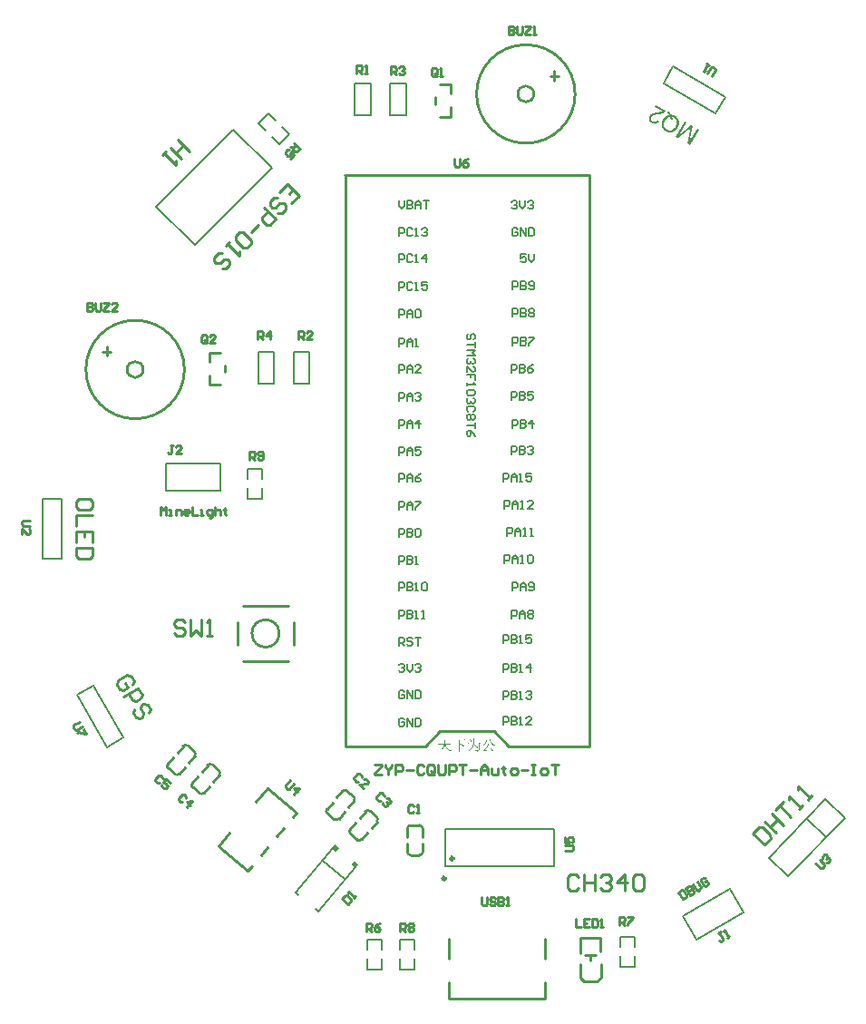
<source format=gto>
G04*
G04 #@! TF.GenerationSoftware,Altium Limited,Altium Designer,24.6.1 (21)*
G04*
G04 Layer_Color=65535*
%FSLAX25Y25*%
%MOIN*%
G70*
G04*
G04 #@! TF.SameCoordinates,810A1A35-3EFD-48DE-86EF-F02317520920*
G04*
G04*
G04 #@! TF.FilePolarity,Positive*
G04*
G01*
G75*
%ADD10C,0.01181*%
%ADD11C,0.01000*%
%ADD12C,0.00600*%
%ADD13C,0.00800*%
%ADD14C,0.00799*%
%ADD15C,0.00787*%
%ADD16C,0.00500*%
G36*
X-62700Y-127939D02*
X-61260Y-129148D01*
X-60103Y-127769D01*
X-61543Y-126560D01*
X-62700Y-127939D01*
D01*
D02*
G37*
G36*
X-54014Y-135227D02*
X-55454Y-134019D01*
X-54298Y-132640D01*
X-52857Y-133848D01*
X-54014Y-135227D01*
D01*
D02*
G37*
G36*
X-12017Y-87888D02*
X-12006Y-87895D01*
X-11995Y-87902D01*
X-11958Y-87925D01*
X-11909Y-87955D01*
X-11852Y-87993D01*
X-11789Y-88034D01*
X-11721Y-88079D01*
X-11654Y-88131D01*
X-11511Y-88236D01*
X-11447Y-88289D01*
X-11388Y-88341D01*
X-11335Y-88394D01*
X-11294Y-88439D01*
X-11264Y-88484D01*
X-11256Y-88506D01*
X-11249Y-88525D01*
Y-88529D01*
Y-88533D01*
X-11245Y-88544D01*
Y-88559D01*
X-11241Y-88592D01*
X-11237Y-88638D01*
X-11241Y-88686D01*
X-11249Y-88735D01*
X-11264Y-88784D01*
X-11290Y-88829D01*
X-11294Y-88832D01*
X-11305Y-88844D01*
X-11320Y-88863D01*
X-11335Y-88881D01*
X-11357Y-88900D01*
X-11380Y-88919D01*
X-11399Y-88930D01*
X-11417Y-88934D01*
X-11421D01*
X-11433Y-88930D01*
X-11447Y-88923D01*
X-11466Y-88907D01*
X-11489Y-88881D01*
X-11515Y-88844D01*
X-11526Y-88821D01*
X-11537Y-88791D01*
X-11552Y-88761D01*
X-11564Y-88724D01*
Y-88720D01*
X-11571Y-88709D01*
X-11579Y-88690D01*
X-11590Y-88668D01*
X-11605Y-88638D01*
X-11624Y-88600D01*
X-11646Y-88559D01*
X-11676Y-88510D01*
X-11710Y-88454D01*
X-11748Y-88398D01*
X-11789Y-88330D01*
X-11838Y-88262D01*
X-11890Y-88191D01*
X-11950Y-88112D01*
X-12017Y-88034D01*
X-12089Y-87947D01*
X-12025Y-87884D01*
X-12021D01*
X-12017Y-87888D01*
D02*
G37*
G36*
X-4304Y-87783D02*
X-4495Y-87906D01*
X-4491Y-87914D01*
X-4487Y-87936D01*
X-4473Y-87970D01*
X-4457Y-88019D01*
X-4435Y-88075D01*
X-4409Y-88146D01*
X-4379Y-88225D01*
X-4341Y-88311D01*
X-4296Y-88405D01*
X-4251Y-88503D01*
X-4195Y-88608D01*
X-4135Y-88716D01*
X-4071Y-88829D01*
X-3996Y-88945D01*
X-3921Y-89061D01*
X-3835Y-89178D01*
X-3831Y-89185D01*
X-3813Y-89204D01*
X-3786Y-89237D01*
X-3749Y-89279D01*
X-3704Y-89328D01*
X-3647Y-89384D01*
X-3584Y-89447D01*
X-3509Y-89515D01*
X-3426Y-89586D01*
X-3336Y-89657D01*
X-3239Y-89729D01*
X-3134Y-89796D01*
X-3021Y-89860D01*
X-2901Y-89924D01*
X-2778Y-89976D01*
X-2646Y-90025D01*
Y-90089D01*
X-2680D01*
X-2702Y-90092D01*
X-2729Y-90096D01*
X-2763Y-90104D01*
X-2834Y-90119D01*
X-2912Y-90149D01*
X-2954Y-90171D01*
X-2991Y-90194D01*
X-3032Y-90224D01*
X-3066Y-90258D01*
X-3100Y-90295D01*
X-3130Y-90340D01*
X-3137Y-90336D01*
X-3156Y-90317D01*
X-3186Y-90291D01*
X-3227Y-90258D01*
X-3280Y-90213D01*
X-3340Y-90160D01*
X-3404Y-90096D01*
X-3479Y-90025D01*
X-3557Y-89946D01*
X-3636Y-89860D01*
X-3723Y-89766D01*
X-3809Y-89669D01*
X-3895Y-89560D01*
X-3981Y-89447D01*
X-4067Y-89331D01*
X-4150Y-89208D01*
Y-89204D01*
X-4154Y-89200D01*
X-4161Y-89189D01*
X-4169Y-89178D01*
X-4191Y-89140D01*
X-4217Y-89087D01*
X-4255Y-89024D01*
X-4293Y-88949D01*
X-4338Y-88859D01*
X-4383Y-88757D01*
X-4431Y-88649D01*
X-4476Y-88529D01*
X-4525Y-88398D01*
X-4574Y-88259D01*
X-4615Y-88112D01*
X-4656Y-87959D01*
X-4694Y-87797D01*
X-4724Y-87633D01*
X-4304Y-87783D01*
D02*
G37*
G36*
X-5226Y-88098D02*
X-5459Y-88221D01*
X-5463Y-88225D01*
X-5466Y-88236D01*
X-5477Y-88259D01*
X-5489Y-88285D01*
X-5508Y-88319D01*
X-5530Y-88360D01*
X-5556Y-88409D01*
X-5582Y-88461D01*
X-5616Y-88521D01*
X-5654Y-88585D01*
X-5695Y-88652D01*
X-5736Y-88724D01*
X-5785Y-88802D01*
X-5834Y-88881D01*
X-5943Y-89046D01*
X-6066Y-89223D01*
X-6205Y-89406D01*
X-6351Y-89586D01*
X-6513Y-89770D01*
X-6685Y-89946D01*
X-6865Y-90119D01*
X-7060Y-90276D01*
X-7161Y-90351D01*
X-7262Y-90422D01*
X-7326Y-90363D01*
X-7322Y-90359D01*
X-7319Y-90355D01*
X-7307Y-90344D01*
X-7293Y-90329D01*
X-7251Y-90291D01*
X-7199Y-90235D01*
X-7135Y-90171D01*
X-7060Y-90092D01*
X-6978Y-90006D01*
X-6891Y-89909D01*
X-6797Y-89800D01*
X-6700Y-89688D01*
X-6606Y-89571D01*
X-6509Y-89447D01*
X-6415Y-89320D01*
X-6325Y-89189D01*
X-6239Y-89057D01*
X-6164Y-88926D01*
Y-88923D01*
X-6160Y-88919D01*
X-6152Y-88907D01*
X-6145Y-88896D01*
X-6126Y-88859D01*
X-6100Y-88810D01*
X-6070Y-88750D01*
X-6036Y-88679D01*
X-5999Y-88604D01*
X-5961Y-88517D01*
X-5920Y-88431D01*
X-5883Y-88337D01*
X-5807Y-88146D01*
X-5774Y-88052D01*
X-5748Y-87959D01*
X-5725Y-87869D01*
X-5710Y-87783D01*
X-5226Y-88098D01*
D02*
G37*
G36*
X-13431Y-88259D02*
X-15715D01*
Y-89354D01*
X-15711D01*
X-15700Y-89358D01*
X-15685Y-89361D01*
X-15659Y-89369D01*
X-15632Y-89380D01*
X-15599Y-89391D01*
X-15558Y-89403D01*
X-15516Y-89417D01*
X-15468Y-89433D01*
X-15419Y-89447D01*
X-15306Y-89485D01*
X-15186Y-89526D01*
X-15063Y-89568D01*
X-14935Y-89616D01*
X-14807Y-89665D01*
X-14684Y-89714D01*
X-14571Y-89763D01*
X-14466Y-89811D01*
X-14421Y-89837D01*
X-14380Y-89860D01*
X-14343Y-89882D01*
X-14309Y-89905D01*
X-14283Y-89928D01*
X-14260Y-89950D01*
X-14256Y-89954D01*
X-14253Y-89961D01*
X-14241Y-89973D01*
X-14230Y-89987D01*
X-14196Y-90029D01*
X-14159Y-90081D01*
X-14121Y-90141D01*
X-14087Y-90209D01*
X-14065Y-90276D01*
X-14061Y-90306D01*
X-14058Y-90340D01*
Y-90344D01*
Y-90351D01*
X-14061Y-90366D01*
X-14065Y-90385D01*
X-14069Y-90408D01*
X-14080Y-90441D01*
X-14091Y-90475D01*
X-14110Y-90516D01*
X-14114Y-90520D01*
X-14118Y-90535D01*
X-14129Y-90554D01*
X-14140Y-90573D01*
X-14155Y-90595D01*
X-14174Y-90614D01*
X-14189Y-90629D01*
X-14208Y-90632D01*
X-14211D01*
X-14222Y-90629D01*
X-14245Y-90618D01*
X-14275Y-90599D01*
X-14294Y-90584D01*
X-14316Y-90565D01*
X-14339Y-90543D01*
X-14365Y-90516D01*
X-14395Y-90486D01*
X-14429Y-90449D01*
X-14462Y-90408D01*
X-14500Y-90359D01*
X-14504Y-90355D01*
X-14515Y-90340D01*
X-14534Y-90317D01*
X-14560Y-90288D01*
X-14597Y-90250D01*
X-14642Y-90205D01*
X-14695Y-90156D01*
X-14762Y-90096D01*
X-14838Y-90033D01*
X-14924Y-89965D01*
X-15025Y-89890D01*
X-15137Y-89811D01*
X-15261Y-89729D01*
X-15396Y-89643D01*
X-15550Y-89552D01*
X-15715Y-89459D01*
Y-91596D01*
Y-91600D01*
Y-91615D01*
Y-91637D01*
Y-91667D01*
Y-91705D01*
Y-91750D01*
Y-91799D01*
X-15711Y-91851D01*
Y-91967D01*
X-15708Y-92091D01*
X-15704Y-92211D01*
X-15696Y-92327D01*
X-16052Y-92478D01*
Y-92474D01*
Y-92470D01*
Y-92459D01*
Y-92444D01*
X-16049Y-92402D01*
Y-92350D01*
Y-92290D01*
X-16045Y-92215D01*
Y-92136D01*
X-16041Y-92054D01*
X-16037Y-91874D01*
X-16034Y-91787D01*
Y-91698D01*
Y-91615D01*
X-16030Y-91540D01*
Y-91469D01*
Y-91409D01*
Y-88259D01*
X-17444D01*
X-17470Y-88262D01*
X-17537Y-88266D01*
X-17616Y-88274D01*
X-17699Y-88285D01*
X-17789Y-88300D01*
X-17875Y-88323D01*
X-18066Y-88135D01*
X-14185D01*
X-13870Y-87820D01*
X-13431Y-88259D01*
D02*
G37*
G36*
X-10251Y-89965D02*
X-10240Y-89973D01*
X-10221Y-89980D01*
X-10199Y-89991D01*
X-10172Y-90003D01*
X-10109Y-90033D01*
X-10037Y-90070D01*
X-9951Y-90111D01*
X-9861Y-90153D01*
X-9768Y-90201D01*
X-9674Y-90250D01*
X-9576Y-90302D01*
X-9486Y-90351D01*
X-9404Y-90400D01*
X-9332Y-90449D01*
X-9269Y-90490D01*
X-9243Y-90509D01*
X-9224Y-90527D01*
X-9205Y-90546D01*
X-9194Y-90561D01*
X-9190Y-90569D01*
X-9179Y-90588D01*
X-9160Y-90618D01*
X-9141Y-90655D01*
X-9122Y-90700D01*
X-9104Y-90745D01*
X-9093Y-90794D01*
X-9089Y-90842D01*
Y-90846D01*
Y-90861D01*
X-9093Y-90880D01*
Y-90906D01*
X-9100Y-90940D01*
X-9108Y-90974D01*
X-9115Y-91015D01*
X-9130Y-91053D01*
Y-91056D01*
X-9138Y-91067D01*
X-9145Y-91086D01*
X-9156Y-91105D01*
X-9167Y-91124D01*
X-9183Y-91142D01*
X-9198Y-91154D01*
X-9212Y-91158D01*
X-9216D01*
X-9224Y-91154D01*
X-9239Y-91146D01*
X-9261Y-91128D01*
X-9291Y-91101D01*
X-9310Y-91083D01*
X-9329Y-91060D01*
X-9347Y-91034D01*
X-9370Y-91004D01*
X-9396Y-90970D01*
X-9422Y-90929D01*
X-9426Y-90925D01*
X-9434Y-90914D01*
X-9445Y-90895D01*
X-9467Y-90869D01*
X-9490Y-90835D01*
X-9524Y-90794D01*
X-9565Y-90745D01*
X-9610Y-90693D01*
X-9666Y-90632D01*
X-9730Y-90565D01*
X-9801Y-90494D01*
X-9884Y-90415D01*
X-9974Y-90329D01*
X-10071Y-90242D01*
X-10184Y-90149D01*
X-10304Y-90048D01*
X-10262Y-89961D01*
X-10259D01*
X-10251Y-89965D01*
D02*
G37*
G36*
X-9947Y-87843D02*
X-10158Y-87989D01*
Y-87996D01*
X-10161Y-88015D01*
X-10165Y-88049D01*
X-10169Y-88094D01*
X-10176Y-88150D01*
X-10184Y-88214D01*
X-10191Y-88289D01*
X-10199Y-88371D01*
X-10210Y-88461D01*
X-10221Y-88555D01*
X-10232Y-88656D01*
X-10248Y-88761D01*
X-10274Y-88979D01*
X-10304Y-89208D01*
X-8523D01*
X-8354Y-88934D01*
X-7975Y-89230D01*
X-8166Y-89395D01*
Y-89399D01*
Y-89417D01*
X-8170Y-89444D01*
X-8174Y-89477D01*
X-8178Y-89519D01*
X-8181Y-89571D01*
X-8185Y-89631D01*
X-8189Y-89695D01*
X-8196Y-89766D01*
X-8204Y-89845D01*
X-8207Y-89928D01*
X-8215Y-90014D01*
X-8234Y-90194D01*
X-8249Y-90385D01*
X-8268Y-90580D01*
X-8286Y-90775D01*
X-8301Y-90966D01*
X-8313Y-91056D01*
X-8320Y-91142D01*
X-8331Y-91225D01*
X-8339Y-91304D01*
X-8346Y-91379D01*
X-8358Y-91446D01*
X-8365Y-91510D01*
X-8372Y-91562D01*
X-8380Y-91611D01*
X-8388Y-91649D01*
Y-91653D01*
X-8391Y-91664D01*
X-8395Y-91682D01*
X-8403Y-91709D01*
X-8410Y-91739D01*
X-8421Y-91773D01*
X-8433Y-91814D01*
X-8448Y-91855D01*
X-8489Y-91941D01*
X-8538Y-92035D01*
X-8597Y-92121D01*
X-8631Y-92163D01*
X-8669Y-92200D01*
X-8672Y-92204D01*
X-8680Y-92207D01*
X-8691Y-92219D01*
X-8706Y-92230D01*
X-8729Y-92245D01*
X-8751Y-92264D01*
X-8781Y-92286D01*
X-8811Y-92305D01*
X-8890Y-92350D01*
X-8980Y-92399D01*
X-9081Y-92440D01*
X-9194Y-92478D01*
Y-92474D01*
X-9201Y-92462D01*
X-9209Y-92444D01*
X-9224Y-92418D01*
X-9246Y-92391D01*
X-9273Y-92357D01*
X-9306Y-92320D01*
X-9347Y-92279D01*
X-9396Y-92238D01*
X-9456Y-92196D01*
X-9527Y-92155D01*
X-9606Y-92114D01*
X-9700Y-92072D01*
X-9805Y-92039D01*
X-9921Y-92005D01*
X-10052Y-91975D01*
Y-91870D01*
X-10045D01*
X-10023Y-91874D01*
X-9985Y-91881D01*
X-9936Y-91885D01*
X-9880Y-91892D01*
X-9816Y-91904D01*
X-9745Y-91911D01*
X-9666Y-91922D01*
X-9509Y-91941D01*
X-9430Y-91949D01*
X-9355Y-91956D01*
X-9284Y-91960D01*
X-9216Y-91964D01*
X-9160Y-91967D01*
X-9100D01*
X-9089Y-91964D01*
X-9074D01*
X-9032Y-91953D01*
X-8980Y-91934D01*
X-8928Y-91908D01*
X-8871Y-91870D01*
X-8845Y-91844D01*
X-8819Y-91817D01*
X-8796Y-91784D01*
X-8774Y-91746D01*
Y-91742D01*
X-8770Y-91731D01*
X-8762Y-91712D01*
X-8759Y-91698D01*
X-8755Y-91679D01*
X-8748Y-91656D01*
X-8744Y-91630D01*
X-8736Y-91600D01*
X-8729Y-91562D01*
X-8721Y-91521D01*
X-8714Y-91476D01*
X-8706Y-91424D01*
X-8699Y-91364D01*
X-8687Y-91300D01*
X-8676Y-91229D01*
X-8665Y-91150D01*
X-8654Y-91064D01*
X-8642Y-90970D01*
X-8631Y-90869D01*
X-8616Y-90756D01*
X-8605Y-90640D01*
X-8590Y-90509D01*
X-8575Y-90374D01*
X-8560Y-90224D01*
X-8545Y-90066D01*
X-8530Y-89901D01*
X-8511Y-89721D01*
X-8496Y-89534D01*
X-8478Y-89331D01*
X-10326D01*
Y-89335D01*
X-10330Y-89346D01*
X-10334Y-89365D01*
X-10338Y-89391D01*
X-10345Y-89421D01*
X-10356Y-89459D01*
X-10368Y-89500D01*
X-10379Y-89549D01*
X-10394Y-89605D01*
X-10409Y-89661D01*
X-10428Y-89725D01*
X-10450Y-89789D01*
X-10495Y-89931D01*
X-10551Y-90089D01*
X-10615Y-90250D01*
X-10686Y-90419D01*
X-10765Y-90591D01*
X-10855Y-90768D01*
X-10956Y-90936D01*
X-11065Y-91101D01*
X-11185Y-91263D01*
X-11312Y-91409D01*
X-11316Y-91413D01*
X-11320Y-91416D01*
X-11331Y-91427D01*
X-11346Y-91443D01*
X-11384Y-91480D01*
X-11436Y-91532D01*
X-11500Y-91593D01*
X-11575Y-91664D01*
X-11665Y-91742D01*
X-11759Y-91825D01*
X-11868Y-91911D01*
X-11980Y-92001D01*
X-12100Y-92091D01*
X-12224Y-92177D01*
X-12355Y-92260D01*
X-12486Y-92343D01*
X-12621Y-92414D01*
X-12760Y-92478D01*
X-12801Y-92414D01*
X-12798D01*
X-12794Y-92406D01*
X-12783Y-92399D01*
X-12767Y-92391D01*
X-12749Y-92376D01*
X-12726Y-92361D01*
X-12670Y-92324D01*
X-12603Y-92275D01*
X-12524Y-92215D01*
X-12438Y-92144D01*
X-12340Y-92065D01*
X-12235Y-91975D01*
X-12126Y-91878D01*
X-12014Y-91773D01*
X-11897Y-91660D01*
X-11781Y-91536D01*
X-11665Y-91409D01*
X-11552Y-91270D01*
X-11440Y-91128D01*
Y-91124D01*
X-11433Y-91120D01*
X-11425Y-91109D01*
X-11414Y-91090D01*
X-11399Y-91071D01*
X-11384Y-91049D01*
X-11365Y-91019D01*
X-11346Y-90989D01*
X-11324Y-90951D01*
X-11298Y-90914D01*
X-11245Y-90824D01*
X-11185Y-90723D01*
X-11121Y-90606D01*
X-11057Y-90482D01*
X-10990Y-90344D01*
X-10926Y-90194D01*
X-10863Y-90036D01*
X-10802Y-89871D01*
X-10750Y-89699D01*
X-10701Y-89519D01*
X-10660Y-89331D01*
X-11969D01*
X-11995Y-89335D01*
X-12062Y-89339D01*
X-12141Y-89346D01*
X-12224Y-89358D01*
X-12314Y-89372D01*
X-12400Y-89395D01*
X-12591Y-89208D01*
X-10641D01*
Y-89204D01*
Y-89200D01*
X-10638Y-89189D01*
Y-89174D01*
X-10634Y-89155D01*
X-10630Y-89132D01*
X-10622Y-89080D01*
X-10611Y-89009D01*
X-10600Y-88926D01*
X-10589Y-88832D01*
X-10577Y-88727D01*
X-10566Y-88611D01*
X-10555Y-88484D01*
X-10544Y-88349D01*
X-10532Y-88206D01*
X-10525Y-88056D01*
X-10518Y-87899D01*
X-10514Y-87738D01*
Y-87569D01*
X-9947Y-87843D01*
D02*
G37*
G36*
X-19263Y-88199D02*
X-21066D01*
Y-88206D01*
Y-88225D01*
X-21070Y-88259D01*
Y-88300D01*
X-21074Y-88356D01*
Y-88424D01*
X-21078Y-88503D01*
X-21085Y-88592D01*
X-21089Y-88694D01*
X-21096Y-88802D01*
X-21100Y-88923D01*
X-21107Y-89050D01*
X-21119Y-89189D01*
X-21126Y-89335D01*
X-21137Y-89489D01*
X-21149Y-89650D01*
X-19701D01*
X-19345Y-89294D01*
X-18861Y-89774D01*
X-20875D01*
Y-89777D01*
X-20871Y-89785D01*
X-20864Y-89800D01*
X-20860Y-89823D01*
X-20849Y-89849D01*
X-20838Y-89879D01*
X-20826Y-89912D01*
X-20811Y-89954D01*
X-20793Y-89995D01*
X-20774Y-90044D01*
X-20732Y-90145D01*
X-20680Y-90261D01*
X-20624Y-90381D01*
X-20560Y-90513D01*
X-20489Y-90644D01*
X-20410Y-90775D01*
X-20327Y-90906D01*
X-20237Y-91037D01*
X-20144Y-91158D01*
X-20039Y-91270D01*
X-19934Y-91371D01*
X-19926Y-91375D01*
X-19907Y-91394D01*
X-19874Y-91420D01*
X-19832Y-91450D01*
X-19776Y-91491D01*
X-19713Y-91536D01*
X-19641Y-91585D01*
X-19559Y-91637D01*
X-19469Y-91690D01*
X-19371Y-91742D01*
X-19270Y-91795D01*
X-19165Y-91847D01*
X-19052Y-91892D01*
X-18936Y-91934D01*
X-18816Y-91967D01*
X-18696Y-91994D01*
Y-92080D01*
X-18711D01*
X-18730Y-92084D01*
X-18753Y-92088D01*
X-18782Y-92091D01*
X-18816Y-92099D01*
X-18891Y-92125D01*
X-18929Y-92140D01*
X-18970Y-92159D01*
X-19011Y-92185D01*
X-19049Y-92211D01*
X-19086Y-92245D01*
X-19120Y-92282D01*
X-19150Y-92324D01*
X-19176Y-92373D01*
X-19180D01*
X-19187Y-92365D01*
X-19199Y-92361D01*
X-19214Y-92350D01*
X-19232Y-92339D01*
X-19259Y-92324D01*
X-19319Y-92286D01*
X-19390Y-92238D01*
X-19473Y-92181D01*
X-19563Y-92114D01*
X-19660Y-92035D01*
X-19765Y-91949D01*
X-19870Y-91855D01*
X-19979Y-91754D01*
X-20087Y-91641D01*
X-20189Y-91521D01*
X-20290Y-91394D01*
X-20384Y-91263D01*
X-20470Y-91120D01*
Y-91116D01*
X-20474Y-91113D01*
X-20481Y-91101D01*
X-20489Y-91086D01*
X-20500Y-91067D01*
X-20511Y-91045D01*
X-20538Y-90989D01*
X-20571Y-90921D01*
X-20609Y-90842D01*
X-20650Y-90756D01*
X-20695Y-90659D01*
X-20740Y-90557D01*
X-20781Y-90449D01*
X-20826Y-90340D01*
X-20864Y-90224D01*
X-20901Y-90111D01*
X-20935Y-89995D01*
X-20961Y-89882D01*
X-20980Y-89774D01*
X-21171D01*
Y-89777D01*
X-21175Y-89785D01*
Y-89800D01*
X-21179Y-89823D01*
X-21186Y-89849D01*
X-21194Y-89879D01*
X-21201Y-89912D01*
X-21209Y-89954D01*
X-21220Y-89999D01*
X-21235Y-90048D01*
X-21261Y-90153D01*
X-21299Y-90272D01*
X-21344Y-90400D01*
X-21393Y-90535D01*
X-21449Y-90677D01*
X-21516Y-90824D01*
X-21591Y-90966D01*
X-21674Y-91113D01*
X-21764Y-91251D01*
X-21865Y-91386D01*
X-21978Y-91514D01*
X-21985Y-91521D01*
X-22007Y-91544D01*
X-22041Y-91578D01*
X-22086Y-91619D01*
X-22146Y-91675D01*
X-22218Y-91735D01*
X-22300Y-91806D01*
X-22394Y-91881D01*
X-22499Y-91960D01*
X-22611Y-92039D01*
X-22731Y-92121D01*
X-22862Y-92204D01*
X-23001Y-92282D01*
X-23144Y-92361D01*
X-23298Y-92432D01*
X-23455Y-92500D01*
X-23500Y-92436D01*
X-23496D01*
X-23489Y-92432D01*
X-23478Y-92425D01*
X-23462Y-92414D01*
X-23440Y-92402D01*
X-23417Y-92387D01*
X-23358Y-92354D01*
X-23286Y-92309D01*
X-23200Y-92256D01*
X-23106Y-92196D01*
X-23009Y-92125D01*
X-22900Y-92050D01*
X-22791Y-91964D01*
X-22679Y-91874D01*
X-22566Y-91776D01*
X-22454Y-91675D01*
X-22345Y-91566D01*
X-22244Y-91454D01*
X-22146Y-91338D01*
X-22139Y-91330D01*
X-22124Y-91307D01*
X-22097Y-91274D01*
X-22068Y-91225D01*
X-22026Y-91161D01*
X-21981Y-91086D01*
X-21933Y-91000D01*
X-21876Y-90903D01*
X-21824Y-90794D01*
X-21768Y-90674D01*
X-21711Y-90546D01*
X-21659Y-90408D01*
X-21610Y-90261D01*
X-21561Y-90108D01*
X-21520Y-89943D01*
X-21486Y-89774D01*
X-22855D01*
X-22881Y-89777D01*
X-22949Y-89781D01*
X-23028Y-89789D01*
X-23114Y-89800D01*
X-23200Y-89815D01*
X-23290Y-89837D01*
X-23478Y-89650D01*
X-21464D01*
Y-89646D01*
Y-89639D01*
Y-89624D01*
X-21460Y-89609D01*
Y-89586D01*
X-21456Y-89556D01*
Y-89526D01*
X-21452Y-89492D01*
X-21449Y-89410D01*
X-21445Y-89320D01*
X-21438Y-89215D01*
X-21430Y-89106D01*
X-21426Y-88990D01*
X-21419Y-88870D01*
X-21411Y-88630D01*
X-21407Y-88514D01*
X-21404Y-88401D01*
X-21400Y-88296D01*
Y-88199D01*
X-22375D01*
X-22401Y-88203D01*
X-22469Y-88206D01*
X-22544Y-88214D01*
X-22630Y-88225D01*
X-22716Y-88240D01*
X-22806Y-88262D01*
X-22994Y-88075D01*
X-20016D01*
X-19701Y-87760D01*
X-19263Y-88199D01*
D02*
G37*
G36*
X-4660Y-89837D02*
X-4893Y-89943D01*
X-4896Y-89946D01*
X-4900Y-89957D01*
X-4911Y-89973D01*
X-4926Y-89995D01*
X-4945Y-90021D01*
X-4967Y-90055D01*
X-4994Y-90092D01*
X-5024Y-90137D01*
X-5057Y-90186D01*
X-5095Y-90235D01*
X-5133Y-90291D01*
X-5174Y-90351D01*
X-5268Y-90479D01*
X-5369Y-90618D01*
X-5481Y-90764D01*
X-5598Y-90917D01*
X-5721Y-91075D01*
X-5849Y-91233D01*
X-5980Y-91390D01*
X-6111Y-91544D01*
X-6246Y-91690D01*
X-6381Y-91829D01*
X-3906Y-91787D01*
X-3910Y-91784D01*
X-3918Y-91769D01*
X-3929Y-91746D01*
X-3948Y-91712D01*
X-3974Y-91675D01*
X-4004Y-91626D01*
X-4038Y-91570D01*
X-4079Y-91510D01*
X-4124Y-91443D01*
X-4172Y-91368D01*
X-4229Y-91289D01*
X-4289Y-91202D01*
X-4352Y-91116D01*
X-4424Y-91022D01*
X-4499Y-90925D01*
X-4578Y-90824D01*
X-4514Y-90760D01*
X-4510D01*
X-4506Y-90768D01*
X-4495Y-90775D01*
X-4480Y-90786D01*
X-4442Y-90820D01*
X-4390Y-90861D01*
X-4330Y-90914D01*
X-4259Y-90974D01*
X-4184Y-91037D01*
X-4105Y-91109D01*
X-3940Y-91259D01*
X-3861Y-91334D01*
X-3782Y-91409D01*
X-3715Y-91480D01*
X-3651Y-91548D01*
X-3602Y-91607D01*
X-3561Y-91664D01*
X-3557Y-91667D01*
X-3554Y-91675D01*
X-3546Y-91690D01*
X-3531Y-91709D01*
X-3520Y-91731D01*
X-3505Y-91758D01*
X-3471Y-91817D01*
X-3438Y-91881D01*
X-3407Y-91953D01*
X-3389Y-92016D01*
X-3385Y-92046D01*
X-3381Y-92076D01*
Y-92080D01*
Y-92099D01*
X-3385Y-92121D01*
X-3393Y-92155D01*
X-3404Y-92193D01*
X-3422Y-92234D01*
X-3445Y-92275D01*
X-3479Y-92320D01*
X-3483Y-92324D01*
X-3494Y-92339D01*
X-3509Y-92357D01*
X-3531Y-92376D01*
X-3554Y-92399D01*
X-3576Y-92418D01*
X-3595Y-92432D01*
X-3614Y-92436D01*
X-3621Y-92432D01*
X-3629Y-92429D01*
X-3644Y-92418D01*
X-3659Y-92399D01*
X-3674Y-92373D01*
X-3696Y-92335D01*
X-3719Y-92286D01*
Y-92282D01*
X-3723Y-92275D01*
X-3726Y-92264D01*
X-3734Y-92245D01*
X-3741Y-92222D01*
X-3749Y-92200D01*
X-3768Y-92144D01*
X-3790Y-92080D01*
X-3816Y-92013D01*
X-3839Y-91949D01*
X-3865Y-91892D01*
X-3887D01*
X-3914Y-91896D01*
X-3951Y-91900D01*
X-3996Y-91904D01*
X-4053Y-91908D01*
X-4116Y-91911D01*
X-4184Y-91915D01*
X-4259Y-91922D01*
X-4341Y-91926D01*
X-4428Y-91934D01*
X-4518Y-91941D01*
X-4709Y-91956D01*
X-4907Y-91971D01*
X-5110Y-91990D01*
X-5309Y-92005D01*
X-5500Y-92024D01*
X-5594Y-92031D01*
X-5680Y-92039D01*
X-5762Y-92046D01*
X-5841Y-92058D01*
X-5912Y-92065D01*
X-5976Y-92072D01*
X-6033Y-92080D01*
X-6081Y-92088D01*
X-6123Y-92091D01*
X-6152Y-92099D01*
X-6156D01*
X-6164Y-92102D01*
X-6179Y-92106D01*
X-6197Y-92110D01*
X-6220Y-92118D01*
X-6246Y-92125D01*
X-6306Y-92144D01*
X-6374Y-92166D01*
X-6441Y-92196D01*
X-6509Y-92230D01*
X-6569Y-92268D01*
X-6801Y-91829D01*
X-6794D01*
X-6771Y-91825D01*
X-6734Y-91814D01*
X-6685Y-91795D01*
X-6655Y-91780D01*
X-6625Y-91761D01*
X-6591Y-91742D01*
X-6554Y-91716D01*
X-6513Y-91682D01*
X-6471Y-91649D01*
X-6426Y-91607D01*
X-6381Y-91559D01*
X-6378Y-91555D01*
X-6370Y-91544D01*
X-6355Y-91529D01*
X-6336Y-91506D01*
X-6310Y-91476D01*
X-6280Y-91439D01*
X-6242Y-91394D01*
X-6201Y-91341D01*
X-6156Y-91281D01*
X-6104Y-91214D01*
X-6047Y-91139D01*
X-5988Y-91053D01*
X-5924Y-90962D01*
X-5852Y-90861D01*
X-5781Y-90753D01*
X-5703Y-90636D01*
Y-90632D01*
X-5699Y-90629D01*
X-5684Y-90606D01*
X-5661Y-90573D01*
X-5631Y-90527D01*
X-5598Y-90471D01*
X-5556Y-90404D01*
X-5515Y-90329D01*
X-5466Y-90246D01*
X-5421Y-90160D01*
X-5373Y-90066D01*
X-5275Y-89875D01*
X-5230Y-89774D01*
X-5189Y-89676D01*
X-5151Y-89579D01*
X-5121Y-89481D01*
X-4660Y-89837D01*
D02*
G37*
G36*
X60107Y143085D02*
X60104Y143079D01*
X60101Y143074D01*
X60082Y143042D01*
X60057Y142998D01*
X60014Y142936D01*
X59963Y142872D01*
X59905Y142797D01*
X59837Y142729D01*
X59759Y142658D01*
X59756Y142652D01*
X59745Y142645D01*
X59721Y142629D01*
X59695Y142608D01*
X59660Y142585D01*
X59622Y142557D01*
X59517Y142488D01*
X59386Y142411D01*
X59239Y142331D01*
X59072Y142254D01*
X58885Y142181D01*
X58877Y142179D01*
X58860Y142174D01*
X58831Y142162D01*
X58788Y142150D01*
X58737Y142137D01*
X58674Y142115D01*
X58603Y142092D01*
X58517Y142069D01*
X58426Y142049D01*
X58324Y142022D01*
X58208Y141995D01*
X58088Y141963D01*
X57958Y141937D01*
X57819Y141909D01*
X57666Y141882D01*
X57513Y141855D01*
X57496Y141850D01*
X57456Y141844D01*
X57386Y141834D01*
X57295Y141814D01*
X57185Y141799D01*
X57060Y141770D01*
X56921Y141742D01*
X56774Y141711D01*
X56459Y141641D01*
X56146Y141561D01*
X55998Y141517D01*
X55855Y141470D01*
X55724Y141430D01*
X55609Y141381D01*
X55600Y141378D01*
X55580Y141368D01*
X55551Y141356D01*
X55516Y141333D01*
X55467Y141311D01*
X55415Y141283D01*
X55357Y141245D01*
X55293Y141209D01*
X55162Y141119D01*
X55029Y141015D01*
X54970Y140949D01*
X54913Y140888D01*
X54858Y140818D01*
X54812Y140751D01*
X54809Y140746D01*
X54803Y140735D01*
X54790Y140713D01*
X54777Y140677D01*
X54764Y140642D01*
X54747Y140601D01*
X54712Y140491D01*
X54682Y140364D01*
X54671Y140219D01*
X54672Y140146D01*
X54676Y140065D01*
X54688Y139986D01*
X54711Y139900D01*
X54713Y139892D01*
X54715Y139883D01*
X54727Y139854D01*
X54740Y139826D01*
X54754Y139788D01*
X54780Y139745D01*
X54802Y139696D01*
X54835Y139641D01*
X54868Y139586D01*
X54912Y139524D01*
X55017Y139406D01*
X55144Y139289D01*
X55222Y139237D01*
X55306Y139181D01*
X55354Y139153D01*
X55390Y139140D01*
X55437Y139120D01*
X55488Y139097D01*
X55549Y139077D01*
X55609Y139057D01*
X55758Y139014D01*
X55919Y138993D01*
X56003Y138988D01*
X56093Y138994D01*
X56177Y139003D01*
X56268Y139023D01*
X56277Y139025D01*
X56285Y139027D01*
X56314Y139040D01*
X56343Y139052D01*
X56380Y139066D01*
X56429Y139089D01*
X56481Y139116D01*
X56536Y139149D01*
X56594Y139188D01*
X56656Y139232D01*
X56718Y139290D01*
X56786Y139345D01*
X56846Y139411D01*
X56912Y139488D01*
X56967Y139572D01*
X57029Y139666D01*
X57687Y139192D01*
X57680Y139182D01*
X57662Y139163D01*
X57632Y139123D01*
X57595Y139072D01*
X57542Y139016D01*
X57482Y138950D01*
X57413Y138881D01*
X57338Y138802D01*
X57253Y138728D01*
X57159Y138653D01*
X57059Y138580D01*
X56951Y138506D01*
X56835Y138443D01*
X56717Y138388D01*
X56591Y138345D01*
X56463Y138311D01*
X56455Y138309D01*
X56432Y138307D01*
X56393Y138301D01*
X56339Y138296D01*
X56272Y138292D01*
X56199Y138291D01*
X56107Y138293D01*
X56009Y138299D01*
X55900Y138311D01*
X55787Y138326D01*
X55665Y138353D01*
X55532Y138386D01*
X55398Y138428D01*
X55255Y138481D01*
X55114Y138549D01*
X54965Y138628D01*
X54927Y138650D01*
X54892Y138677D01*
X54832Y138711D01*
X54771Y138754D01*
X54701Y138809D01*
X54624Y138875D01*
X54536Y138947D01*
X54454Y139031D01*
X54367Y139117D01*
X54280Y139218D01*
X54203Y139320D01*
X54122Y139432D01*
X54059Y139547D01*
X54002Y139674D01*
X53954Y139803D01*
X53952Y139811D01*
X53945Y139837D01*
X53936Y139871D01*
X53931Y139925D01*
X53918Y139990D01*
X53908Y140060D01*
X53899Y140145D01*
X53896Y140240D01*
X53897Y140341D01*
X53904Y140453D01*
X53916Y140561D01*
X53934Y140681D01*
X53966Y140799D01*
X54010Y140925D01*
X54060Y141048D01*
X54123Y141170D01*
X54126Y141176D01*
X54132Y141187D01*
X54142Y141203D01*
X54154Y141225D01*
X54179Y141254D01*
X54197Y141286D01*
X54258Y141367D01*
X54331Y141455D01*
X54423Y141553D01*
X54524Y141653D01*
X54642Y141744D01*
X54645Y141750D01*
X54657Y141757D01*
X54677Y141767D01*
X54700Y141782D01*
X54735Y141806D01*
X54770Y141829D01*
X54869Y141887D01*
X54985Y141950D01*
X55135Y142023D01*
X55299Y142094D01*
X55487Y142158D01*
X55496Y142160D01*
X55513Y142165D01*
X55542Y142177D01*
X55584Y142189D01*
X55644Y142205D01*
X55707Y142226D01*
X55789Y142244D01*
X55883Y142269D01*
X55986Y142296D01*
X56111Y142325D01*
X56239Y142359D01*
X56386Y142390D01*
X56542Y142422D01*
X56715Y142460D01*
X56899Y142491D01*
X57094Y142529D01*
X57103Y142532D01*
X57134Y142535D01*
X57182Y142544D01*
X57239Y142554D01*
X57313Y142569D01*
X57395Y142587D01*
X57587Y142620D01*
X57783Y142659D01*
X57978Y142698D01*
X58069Y142717D01*
X58154Y142740D01*
X58228Y142755D01*
X58288Y142771D01*
X58296Y142774D01*
X58334Y142788D01*
X58388Y142807D01*
X58456Y142825D01*
X58534Y142860D01*
X58617Y142892D01*
X58703Y142928D01*
X58787Y142974D01*
X56065Y144546D01*
X56443Y145201D01*
X60107Y143085D01*
D02*
G37*
G36*
X61092Y143079D02*
X61111Y143061D01*
X61137Y143032D01*
X61168Y142985D01*
X61210Y142932D01*
X61259Y142867D01*
X61310Y142794D01*
X61367Y142704D01*
X61428Y142611D01*
X61492Y142509D01*
X61558Y142399D01*
X61624Y142274D01*
X61695Y142147D01*
X61762Y142014D01*
X61823Y141870D01*
X61890Y141723D01*
X61899Y141726D01*
X61927Y141724D01*
X61969Y141721D01*
X62030Y141715D01*
X62105Y141708D01*
X62186Y141697D01*
X62286Y141683D01*
X62388Y141660D01*
X62504Y141636D01*
X62631Y141606D01*
X62755Y141571D01*
X62889Y141529D01*
X63026Y141479D01*
X63171Y141417D01*
X63307Y141353D01*
X63451Y141277D01*
X63527Y141233D01*
X63573Y141200D01*
X63640Y141154D01*
X63709Y141099D01*
X63790Y141038D01*
X63881Y140971D01*
X63971Y140890D01*
X64067Y140806D01*
X64156Y140711D01*
X64257Y140610D01*
X64351Y140498D01*
X64442Y140380D01*
X64530Y140257D01*
X64606Y140127D01*
X64608Y140118D01*
X64623Y140095D01*
X64643Y140055D01*
X64671Y140002D01*
X64698Y139936D01*
X64729Y139853D01*
X64766Y139767D01*
X64799Y139662D01*
X64837Y139553D01*
X64869Y139433D01*
X64900Y139300D01*
X64923Y139164D01*
X64943Y139023D01*
X64959Y138876D01*
X64964Y138722D01*
X64960Y138565D01*
X64962Y138557D01*
X64957Y138524D01*
X64955Y138482D01*
X64943Y138424D01*
X64933Y138343D01*
X64916Y138252D01*
X64902Y138152D01*
X64872Y138039D01*
X64846Y137917D01*
X64809Y137779D01*
X64768Y137645D01*
X64714Y137502D01*
X64658Y137354D01*
X64590Y137199D01*
X64516Y137046D01*
X64434Y136892D01*
X64428Y136881D01*
X64412Y136854D01*
X64387Y136811D01*
X64347Y136754D01*
X64301Y136687D01*
X64246Y136603D01*
X64182Y136518D01*
X64103Y136419D01*
X64024Y136320D01*
X63934Y136213D01*
X63835Y136104D01*
X63728Y135993D01*
X63615Y135885D01*
X63496Y135780D01*
X63376Y135684D01*
X63241Y135589D01*
X63233Y135586D01*
X63206Y135565D01*
X63171Y135542D01*
X63116Y135509D01*
X63047Y135477D01*
X62966Y135437D01*
X62877Y135395D01*
X62776Y135345D01*
X62664Y135301D01*
X62547Y135260D01*
X62421Y135218D01*
X62284Y135181D01*
X62146Y135153D01*
X62001Y135128D01*
X61855Y135112D01*
X61700Y135107D01*
X61692Y135105D01*
X61664Y135106D01*
X61622Y135109D01*
X61561Y135115D01*
X61486Y135123D01*
X61402Y135128D01*
X61305Y135148D01*
X61191Y135163D01*
X61075Y135187D01*
X60957Y135219D01*
X60824Y135252D01*
X60690Y135294D01*
X60547Y135347D01*
X60408Y135406D01*
X60266Y135473D01*
X60122Y135549D01*
X60047Y135593D01*
X59996Y135629D01*
X59934Y135672D01*
X59859Y135730D01*
X59778Y135791D01*
X59687Y135858D01*
X59592Y135942D01*
X59499Y136031D01*
X59401Y136124D01*
X59304Y136231D01*
X59206Y136337D01*
X59119Y136460D01*
X59031Y136583D01*
X58949Y136717D01*
X58947Y136725D01*
X58932Y136749D01*
X58912Y136789D01*
X58884Y136841D01*
X58857Y136907D01*
X58826Y136990D01*
X58789Y137077D01*
X58751Y137185D01*
X58718Y137291D01*
X58683Y137419D01*
X58654Y137544D01*
X58626Y137683D01*
X58607Y137824D01*
X58599Y137973D01*
X58594Y138127D01*
X58598Y138284D01*
X58596Y138292D01*
X58597Y138320D01*
X58603Y138367D01*
X58615Y138426D01*
X58625Y138506D01*
X58639Y138592D01*
X58662Y138694D01*
X58683Y138805D01*
X58713Y138932D01*
X58751Y139061D01*
X58793Y139196D01*
X58841Y139341D01*
X58903Y139486D01*
X58971Y139642D01*
X59044Y139794D01*
X59126Y139949D01*
X59130Y139954D01*
X59145Y139981D01*
X59164Y140014D01*
X59197Y140059D01*
X59235Y140124D01*
X59278Y140186D01*
X59330Y140264D01*
X59391Y140345D01*
X59455Y140430D01*
X59522Y140522D01*
X59682Y140711D01*
X59858Y140891D01*
X60050Y141061D01*
X60053Y141066D01*
X60073Y141076D01*
X60103Y141103D01*
X60141Y141131D01*
X60191Y141167D01*
X60249Y141206D01*
X60316Y141247D01*
X60395Y141295D01*
X60566Y141391D01*
X60764Y141486D01*
X60988Y141573D01*
X61225Y141646D01*
X61222Y141654D01*
X61212Y141674D01*
X61195Y141706D01*
X61173Y141755D01*
X61140Y141811D01*
X61110Y141871D01*
X61072Y141943D01*
X61023Y142022D01*
X60927Y142193D01*
X60817Y142365D01*
X60696Y142543D01*
X60574Y142707D01*
X61090Y143087D01*
X61092Y143079D01*
D02*
G37*
G36*
X67658Y138725D02*
X64977Y134081D01*
X69276Y137791D01*
X69937Y137410D01*
X68816Y131756D01*
X71544Y136482D01*
X72253Y136072D01*
X69050Y130524D01*
X67946Y131162D01*
X68899Y135851D01*
X68902Y135856D01*
X68901Y135879D01*
X68914Y135914D01*
X68920Y135962D01*
X68934Y136011D01*
X68944Y136078D01*
X68962Y136147D01*
X68975Y136219D01*
X69009Y136379D01*
X69044Y136539D01*
X69076Y136694D01*
X69094Y136763D01*
X69109Y136827D01*
X69106Y136821D01*
X69094Y136814D01*
X69080Y136801D01*
X69062Y136782D01*
X69032Y136756D01*
X68994Y136727D01*
X68955Y136685D01*
X68902Y136643D01*
X68854Y136598D01*
X68792Y136540D01*
X68725Y136486D01*
X68651Y136420D01*
X68574Y136349D01*
X68488Y136276D01*
X68399Y136197D01*
X68299Y136111D01*
X64736Y133015D01*
X63746Y133587D01*
X66949Y139135D01*
X67658Y138725D01*
D02*
G37*
%LPC*%
G36*
X62241Y140944D02*
X62247Y140940D01*
X62251Y140923D01*
X62261Y140903D01*
X62279Y140871D01*
X62302Y140836D01*
X62327Y140793D01*
X62391Y140691D01*
X62471Y140580D01*
X62559Y140457D01*
X62666Y140330D01*
X62785Y140211D01*
X62297Y139778D01*
X62292Y139781D01*
X62276Y139804D01*
X62247Y139829D01*
X62208Y139873D01*
X62171Y139923D01*
X62119Y139982D01*
X62064Y140050D01*
X62007Y140126D01*
X61880Y140293D01*
X61760Y140485D01*
X61649Y140693D01*
X61559Y140912D01*
X61550Y140909D01*
X61516Y140900D01*
X61462Y140881D01*
X61393Y140863D01*
X61307Y140826D01*
X61209Y140781D01*
X61097Y140724D01*
X60978Y140655D01*
X60849Y140571D01*
X60715Y140475D01*
X60576Y140360D01*
X60437Y140231D01*
X60294Y140083D01*
X60152Y139912D01*
X60015Y139725D01*
X59884Y139511D01*
X59881Y139506D01*
X59865Y139479D01*
X59847Y139446D01*
X59824Y139394D01*
X59790Y139335D01*
X59758Y139267D01*
X59725Y139185D01*
X59680Y139095D01*
X59646Y138999D01*
X59601Y138895D01*
X59532Y138676D01*
X59476Y138441D01*
X59452Y138325D01*
X59439Y138202D01*
X59436Y138197D01*
X59437Y138174D01*
X59432Y138141D01*
X59435Y138096D01*
X59432Y138040D01*
X59436Y137973D01*
X59441Y137819D01*
X59467Y137638D01*
X59505Y137442D01*
X59569Y137240D01*
X59660Y137036D01*
X59662Y137027D01*
X59675Y137012D01*
X59688Y136983D01*
X59711Y136948D01*
X59742Y136902D01*
X59778Y136852D01*
X59816Y136794D01*
X59866Y136729D01*
X59920Y136661D01*
X59980Y136591D01*
X60049Y136522D01*
X60123Y136450D01*
X60289Y136312D01*
X60383Y136250D01*
X60483Y136185D01*
X60520Y136163D01*
X60567Y136144D01*
X60624Y136118D01*
X60698Y136083D01*
X60785Y136047D01*
X60890Y136015D01*
X61000Y135981D01*
X61123Y135945D01*
X61253Y135921D01*
X61395Y135904D01*
X61540Y135892D01*
X61697Y135888D01*
X61849Y135902D01*
X62012Y135923D01*
X62172Y135961D01*
X62180Y135963D01*
X62209Y135975D01*
X62255Y135992D01*
X62312Y136017D01*
X62390Y136051D01*
X62477Y136102D01*
X62576Y136160D01*
X62681Y136230D01*
X62797Y136307D01*
X62918Y136403D01*
X63042Y136519D01*
X63168Y136648D01*
X63299Y136789D01*
X63429Y136952D01*
X63555Y137132D01*
X63676Y137329D01*
X63679Y137335D01*
X63682Y137340D01*
X63692Y137356D01*
X63704Y137378D01*
X63730Y137435D01*
X63769Y137514D01*
X63816Y137609D01*
X63865Y137718D01*
X63914Y137841D01*
X63964Y137978D01*
X64015Y138129D01*
X64056Y138286D01*
X64091Y138447D01*
X64123Y138616D01*
X64136Y138788D01*
X64141Y138959D01*
X64131Y139130D01*
X64105Y139297D01*
X64103Y139306D01*
X64094Y139340D01*
X64082Y139383D01*
X64061Y139445D01*
X64032Y139520D01*
X64000Y139603D01*
X63953Y139696D01*
X63897Y139800D01*
X63836Y139907D01*
X63762Y140015D01*
X63676Y140129D01*
X63577Y140244D01*
X63474Y140354D01*
X63349Y140463D01*
X63215Y140569D01*
X63067Y140662D01*
X63002Y140699D01*
X62961Y140716D01*
X62918Y140741D01*
X62814Y140786D01*
X62688Y140830D01*
X62551Y140880D01*
X62399Y140917D01*
X62241Y140944D01*
D02*
G37*
%LPD*%
D10*
X-17909Y-131703D02*
G03*
X-17909Y-131703I-591J0D01*
G01*
X-20792Y-139000D02*
G03*
X-20792Y-139000I-591J0D01*
G01*
D11*
X11617Y149267D02*
G03*
X11617Y149267I-2953J0D01*
G01*
X26774D02*
G03*
X26774Y149267I-18110J0D01*
G01*
X-81975Y-49001D02*
G03*
X-81975Y-49001I-5025J0D01*
G01*
X-29229Y-120720D02*
G03*
X-30449Y-119500I-1220J0D01*
G01*
X-33598D02*
G03*
X-34818Y-120720I0J-1220D01*
G01*
X-30472Y-130506D02*
G03*
X-29252Y-129286I0J1220D01*
G01*
X-34841D02*
G03*
X-33621Y-130506I1220J0D01*
G01*
X-113126Y-94002D02*
G03*
X-113276Y-92284I-934J784D01*
G01*
X-115689Y-90259D02*
G03*
X-117408Y-90410I-784J-934D01*
G01*
X-120368Y-100700D02*
G03*
X-118650Y-100550I784J934D01*
G01*
X-122932Y-96957D02*
G03*
X-122781Y-98676I934J-784D01*
G01*
X-104126Y-101002D02*
G03*
X-104276Y-99284I-934J784D01*
G01*
X-106689Y-97259D02*
G03*
X-108408Y-97410I-784J-934D01*
G01*
X-111368Y-107700D02*
G03*
X-109650Y-107550I784J934D01*
G01*
X-113932Y-103957D02*
G03*
X-113781Y-105676I934J-784D01*
G01*
X-64374Y-113498D02*
G03*
X-64224Y-115216I934J-784D01*
G01*
X-61811Y-117241D02*
G03*
X-60092Y-117090I784J934D01*
G01*
X-57132Y-106800D02*
G03*
X-58850Y-106950I-784J-934D01*
G01*
X-54568Y-110543D02*
G03*
X-54719Y-108824I-934J784D01*
G01*
X-132000Y48000D02*
G03*
X-132000Y48000I-2953J0D01*
G01*
X-116843D02*
G03*
X-116843Y48000I-18110J0D01*
G01*
X-46069Y-118043D02*
G03*
X-46219Y-116324I-934J784D01*
G01*
X-48632Y-114300D02*
G03*
X-50350Y-114450I-784J-934D01*
G01*
X-53311Y-124741D02*
G03*
X-51592Y-124590I784J934D01*
G01*
X-55874Y-120998D02*
G03*
X-55724Y-122716I934J-784D01*
G01*
X-19598Y-183075D02*
X15599D01*
X-19598D02*
Y-177232D01*
Y-168449D02*
Y-161366D01*
X15599Y-183075D02*
Y-177232D01*
Y-168449D02*
Y-161366D01*
X19163Y154266D02*
Y157766D01*
X17663Y155766D02*
X20663D01*
X-22988Y140915D02*
X-19051D01*
Y144317D01*
X-24563Y145585D02*
Y148057D01*
X-22988Y152726D02*
X-19051D01*
Y149325D02*
Y152726D01*
X-57750Y-90450D02*
X-28450D01*
X-23000Y-85000D01*
X-3000D01*
X2450Y-90450D01*
X32200D01*
X-57750D02*
Y119350D01*
X32200Y-90450D02*
Y119350D01*
X-57800D02*
X32200D01*
X-95215Y-38764D02*
X-78785D01*
X-76764Y-53208D02*
Y-44792D01*
X-95215Y-59236D02*
X-78784D01*
X-97236Y-53208D02*
Y-44792D01*
X-107558Y50791D02*
Y54193D01*
X-103621D01*
X-102046Y47051D02*
Y49523D01*
X-107558Y42382D02*
Y45783D01*
Y42382D02*
X-103621D01*
X-33598Y-119500D02*
X-30449D01*
X-34818Y-123869D02*
Y-120720D01*
X-29229Y-123869D02*
Y-120720D01*
X-34841Y-129286D02*
Y-126137D01*
X-33621Y-130506D02*
X-30472D01*
X-29252Y-129286D02*
Y-126137D01*
X32520Y-169287D02*
Y-167319D01*
X30532D02*
X34469D01*
X30138Y-176768D02*
X34862D01*
X36240Y-175390D02*
Y-170469D01*
X28760Y-175390D02*
Y-170469D01*
X28760Y-175390D02*
X30138Y-176768D01*
X28760Y-175390D02*
X28760D01*
X34862Y-176768D02*
X36240Y-175390D01*
X36240D01*
X28721Y-160705D02*
X36201D01*
X36201Y-165980D02*
Y-160705D01*
X28721D02*
X28760Y-166532D01*
X-115689Y-90259D02*
X-113276Y-92284D01*
X-119432Y-92822D02*
X-117407Y-90410D01*
X-115150Y-96415D02*
X-113126Y-94002D01*
X-122931Y-96957D02*
X-120907Y-94544D01*
X-122781Y-98676D02*
X-120368Y-100700D01*
X-118650Y-100550D02*
X-116625Y-98137D01*
X-106689Y-97259D02*
X-104276Y-99284D01*
X-110432Y-99822D02*
X-108407Y-97410D01*
X-106150Y-103415D02*
X-104126Y-101002D01*
X-113931Y-103957D02*
X-111907Y-101544D01*
X-113781Y-105676D02*
X-111368Y-107700D01*
X-109650Y-107550D02*
X-107625Y-105137D01*
X-64224Y-115216D02*
X-61811Y-117241D01*
X-60092Y-117090D02*
X-58068Y-114678D01*
X-64374Y-113498D02*
X-62350Y-111085D01*
X-56593Y-112956D02*
X-54568Y-110543D01*
X-57131Y-106800D02*
X-54719Y-108824D01*
X-60874Y-109363D02*
X-58850Y-106950D01*
X-93555Y-136262D02*
X-92076Y-134499D01*
X-88708Y-130485D02*
X-86255Y-127562D01*
X-82887Y-123548D02*
X-80435Y-120625D01*
X-77067Y-116612D02*
X-75588Y-114849D01*
X-104413Y-127151D02*
X-100150Y-122071D01*
X-90708Y-110819D02*
X-86445Y-105738D01*
X-75588Y-114849D01*
X-104413Y-127151D02*
X-93555Y-136262D01*
X-145452Y53000D02*
Y56500D01*
X-146952Y54500D02*
X-143952D01*
X-52374Y-116863D02*
X-50350Y-114450D01*
X-48631Y-114300D02*
X-46219Y-116324D01*
X-48093Y-120456D02*
X-46068Y-118043D01*
X-55874Y-120998D02*
X-53850Y-118585D01*
X-51592Y-124590D02*
X-49568Y-122178D01*
X-55724Y-122716D02*
X-53311Y-124741D01*
X64867Y-144037D02*
X66366Y-146634D01*
X67665Y-145884D01*
X67848Y-145201D01*
X66848Y-143470D01*
X66165Y-143287D01*
X64867Y-144037D01*
X67464Y-142537D02*
X68963Y-145134D01*
X70262Y-144385D01*
X70445Y-143702D01*
X70195Y-143269D01*
X69512Y-143086D01*
X68213Y-143836D01*
X69512Y-143086D01*
X69695Y-142403D01*
X69445Y-141970D01*
X68762Y-141788D01*
X67464Y-142537D01*
X70061Y-141038D02*
X71311Y-143202D01*
X71993Y-143385D01*
X72859Y-142885D01*
X73042Y-142202D01*
X71793Y-140038D01*
X74640Y-138971D02*
X73957Y-138788D01*
X73091Y-139288D01*
X72908Y-139971D01*
X73908Y-141702D01*
X74591Y-141885D01*
X75456Y-141386D01*
X75639Y-140703D01*
X75139Y-139837D01*
X74274Y-140337D01*
X-125500Y-5500D02*
Y-2501D01*
X-124500Y-3501D01*
X-123501Y-2501D01*
Y-5500D01*
X-122501D02*
X-121501D01*
X-122001D01*
Y-3501D01*
X-122501D01*
X-120002Y-5500D02*
Y-3501D01*
X-118502D01*
X-118002Y-4001D01*
Y-5500D01*
X-115503D02*
X-116503D01*
X-117003Y-5001D01*
Y-4001D01*
X-116503Y-3501D01*
X-115503D01*
X-115003Y-4001D01*
Y-4501D01*
X-117003D01*
X-114004Y-2501D02*
Y-5500D01*
X-112004D01*
X-111005D02*
X-110005D01*
X-110505D01*
Y-3501D01*
X-111005D01*
X-107506Y-6500D02*
X-107006D01*
X-106506Y-6000D01*
Y-3501D01*
X-108006D01*
X-108505Y-4001D01*
Y-5001D01*
X-108006Y-5500D01*
X-106506D01*
X-105507Y-2501D02*
Y-5500D01*
Y-4001D01*
X-105007Y-3501D01*
X-104007D01*
X-103507Y-4001D01*
Y-5500D01*
X-102008Y-3001D02*
Y-3501D01*
X-102507D01*
X-101508D01*
X-102008D01*
Y-5001D01*
X-101508Y-5500D01*
X27999Y-138502D02*
X26999Y-137502D01*
X25000D01*
X24000Y-138502D01*
Y-142500D01*
X25000Y-143500D01*
X26999D01*
X27999Y-142500D01*
X29998Y-137502D02*
Y-143500D01*
Y-140501D01*
X33997D01*
Y-137502D01*
Y-143500D01*
X35996Y-138502D02*
X36996Y-137502D01*
X38995D01*
X39995Y-138502D01*
Y-139501D01*
X38995Y-140501D01*
X37995D01*
X38995D01*
X39995Y-141501D01*
Y-142500D01*
X38995Y-143500D01*
X36996D01*
X35996Y-142500D01*
X44993Y-143500D02*
Y-137502D01*
X41994Y-140501D01*
X45993D01*
X47992Y-138502D02*
X48992Y-137502D01*
X50991D01*
X51991Y-138502D01*
Y-142500D01*
X50991Y-143500D01*
X48992D01*
X47992Y-142500D01*
Y-138502D01*
X92161Y-122419D02*
X96475Y-126586D01*
X98559Y-124429D01*
X98534Y-123015D01*
X95657Y-120237D01*
X94244Y-120262D01*
X92161Y-122419D01*
X96327Y-118105D02*
X100642Y-122271D01*
X98485Y-120188D01*
X101262Y-117312D01*
X99105Y-115228D01*
X103420Y-119395D01*
X100494Y-113790D02*
X103272Y-110914D01*
X101883Y-112352D01*
X106197Y-116518D01*
X108975Y-113642D02*
X110364Y-112204D01*
X109670Y-112923D01*
X105355Y-108756D01*
X105380Y-110170D01*
X112447Y-110047D02*
X113836Y-108608D01*
X113142Y-109327D01*
X108827Y-105161D01*
X108852Y-106574D01*
X-150545Y-2499D02*
Y-500D01*
X-151545Y500D01*
X-155544D01*
X-156543Y-500D01*
Y-2499D01*
X-155544Y-3499D01*
X-151545D01*
X-150545Y-2499D01*
Y-5498D02*
X-156543D01*
Y-9497D01*
X-150545Y-15495D02*
Y-11496D01*
X-156543D01*
Y-15495D01*
X-153544Y-11496D02*
Y-13496D01*
X-150545Y-17494D02*
X-156543D01*
Y-20493D01*
X-155544Y-21493D01*
X-151545D01*
X-150545Y-20493D01*
Y-17494D01*
X-47000Y-97101D02*
X-44401D01*
Y-97751D01*
X-47000Y-100350D01*
Y-101000D01*
X-44401D01*
X-43101Y-97101D02*
Y-97751D01*
X-41802Y-99051D01*
X-40502Y-97751D01*
Y-97101D01*
X-41802Y-99051D02*
Y-101000D01*
X-39202D02*
Y-97101D01*
X-37253D01*
X-36603Y-97751D01*
Y-99051D01*
X-37253Y-99700D01*
X-39202D01*
X-35304Y-99051D02*
X-32705D01*
X-28806Y-97751D02*
X-29456Y-97101D01*
X-30755D01*
X-31405Y-97751D01*
Y-100350D01*
X-30755Y-101000D01*
X-29456D01*
X-28806Y-100350D01*
X-24907D02*
Y-97751D01*
X-25557Y-97101D01*
X-26856D01*
X-27506Y-97751D01*
Y-100350D01*
X-26856Y-101000D01*
X-25557D01*
X-26207Y-99700D02*
X-24907Y-101000D01*
X-25557D02*
X-24907Y-100350D01*
X-23608Y-97101D02*
Y-100350D01*
X-22958Y-101000D01*
X-21658D01*
X-21008Y-100350D01*
Y-97101D01*
X-19709Y-101000D02*
Y-97101D01*
X-17760D01*
X-17110Y-97751D01*
Y-99051D01*
X-17760Y-99700D01*
X-19709D01*
X-15810Y-97101D02*
X-13211D01*
X-14511D01*
Y-101000D01*
X-11911Y-99051D02*
X-9312D01*
X-8013Y-101000D02*
Y-98401D01*
X-6713Y-97101D01*
X-5413Y-98401D01*
Y-101000D01*
Y-99051D01*
X-8013D01*
X-4114Y-98401D02*
Y-100350D01*
X-3464Y-101000D01*
X-1515D01*
Y-98401D01*
X435Y-97751D02*
Y-98401D01*
X-215D01*
X1084D01*
X435D01*
Y-100350D01*
X1084Y-101000D01*
X3684D02*
X4983D01*
X5633Y-100350D01*
Y-99051D01*
X4983Y-98401D01*
X3684D01*
X3034Y-99051D01*
Y-100350D01*
X3684Y-101000D01*
X6933Y-99051D02*
X9532D01*
X10831Y-97101D02*
X12131D01*
X11481D01*
Y-101000D01*
X10831D01*
X12131D01*
X14730D02*
X16030D01*
X16679Y-100350D01*
Y-99051D01*
X16030Y-98401D01*
X14730D01*
X14080Y-99051D01*
Y-100350D01*
X14730Y-101000D01*
X17979Y-97101D02*
X20578D01*
X19279D01*
Y-101000D01*
X-135806Y-67830D02*
X-135440Y-66464D01*
X-136440Y-64733D01*
X-137805Y-64367D01*
X-141268Y-66366D01*
X-141634Y-67732D01*
X-140634Y-69463D01*
X-139269Y-69829D01*
X-137537Y-68830D01*
X-138537Y-67098D01*
X-139135Y-72061D02*
X-133940Y-69061D01*
X-132441Y-71659D01*
X-132807Y-73024D01*
X-134538Y-74024D01*
X-135904Y-73658D01*
X-137403Y-71061D01*
X-129808Y-78219D02*
X-129442Y-76853D01*
X-130442Y-75122D01*
X-131807Y-74756D01*
X-132673Y-75256D01*
X-133039Y-76621D01*
X-132039Y-78353D01*
X-132405Y-79718D01*
X-133271Y-80218D01*
X-134636Y-79852D01*
X-135636Y-78121D01*
X-135270Y-76755D01*
X-77586Y109017D02*
X-74759Y111845D01*
X-79000Y116086D01*
X-81827Y113258D01*
X-76879Y113965D02*
X-78293Y112551D01*
X-82534Y105483D02*
X-81121D01*
X-79707Y106896D01*
Y108310D01*
X-80414Y109017D01*
X-81827D01*
X-83241Y107603D01*
X-84655D01*
X-85362Y108310D01*
Y109724D01*
X-83948Y111138D01*
X-82534D01*
X-87483Y107603D02*
X-83241Y103362D01*
X-85362Y101241D01*
X-86776D01*
X-88189Y102655D01*
Y104069D01*
X-86069Y106190D01*
X-89603Y101241D02*
X-92431Y98414D01*
Y95586D02*
Y94173D01*
X-93844Y92759D01*
X-95258D01*
X-98086Y95586D01*
Y97000D01*
X-96672Y98414D01*
X-95258D01*
X-92431Y95586D01*
X-100206Y94879D02*
X-101620Y93466D01*
X-100913Y94173D01*
X-96672Y89931D01*
Y91345D01*
X-103034Y84983D02*
X-101620D01*
X-100206Y86397D01*
Y87811D01*
X-100913Y88517D01*
X-102327D01*
X-103741Y87104D01*
X-105155D01*
X-105861Y87811D01*
Y89224D01*
X-104448Y90638D01*
X-103034D01*
X-115052Y128207D02*
X-119293Y132448D01*
X-117173Y130327D01*
X-120000Y127500D01*
X-117879Y125379D01*
X-122121Y129621D01*
X-123534Y128207D02*
X-124948Y126793D01*
X-124241Y127500D01*
X-120000Y123259D01*
Y124672D01*
X-116499Y-45001D02*
X-117499Y-44001D01*
X-119498D01*
X-120498Y-45001D01*
Y-46000D01*
X-119498Y-47000D01*
X-117499D01*
X-116499Y-48000D01*
Y-48999D01*
X-117499Y-49999D01*
X-119498D01*
X-120498Y-48999D01*
X-114500Y-44001D02*
Y-49999D01*
X-112500Y-48000D01*
X-110501Y-49999D01*
Y-44001D01*
X-108502Y-49999D02*
X-106502D01*
X-107502D01*
Y-44001D01*
X-108502Y-45001D01*
X-108501Y58200D02*
Y60199D01*
X-109001Y60699D01*
X-110000D01*
X-110500Y60199D01*
Y58200D01*
X-110000Y57700D01*
X-109001D01*
X-109500Y58700D02*
X-108501Y57700D01*
X-109001D02*
X-108501Y58200D01*
X-105502Y57700D02*
X-107501D01*
X-105502Y59699D01*
Y60199D01*
X-106001Y60699D01*
X-107001D01*
X-107501Y60199D01*
X-24063Y156321D02*
Y158321D01*
X-24563Y158820D01*
X-25563D01*
X-26063Y158321D01*
Y156321D01*
X-25563Y155821D01*
X-24563D01*
X-25063Y156821D02*
X-24063Y155821D01*
X-24563D02*
X-24063Y156321D01*
X-23063Y155821D02*
X-22064D01*
X-22564D01*
Y158820D01*
X-23063Y158321D01*
X-58934Y-146568D02*
X-56637Y-148495D01*
X-55673Y-147347D01*
X-55734Y-146643D01*
X-57266Y-145357D01*
X-57970Y-145419D01*
X-58934Y-146568D01*
X-54709Y-146198D02*
X-54066Y-145432D01*
X-54387Y-145815D01*
X-56685Y-143887D01*
X-56623Y-144592D01*
X-17499Y125499D02*
Y123000D01*
X-16999Y122501D01*
X-16000D01*
X-15500Y123000D01*
Y125499D01*
X-12501D02*
X-13500Y125000D01*
X-14500Y124000D01*
Y123000D01*
X-14000Y122501D01*
X-13001D01*
X-12501Y123000D01*
Y123500D01*
X-13001Y124000D01*
X-14500D01*
X-92900Y14800D02*
Y17799D01*
X-91400D01*
X-90901Y17299D01*
Y16299D01*
X-91400Y15800D01*
X-92900D01*
X-91900D02*
X-90901Y14800D01*
X-89901Y15300D02*
X-89401Y14800D01*
X-88401D01*
X-87902Y15300D01*
Y17299D01*
X-88401Y17799D01*
X-89401D01*
X-89901Y17299D01*
Y16799D01*
X-89401Y16299D01*
X-87902D01*
X-121001Y20099D02*
X-122000D01*
X-121501D01*
Y17600D01*
X-122000Y17100D01*
X-122500D01*
X-123000Y17600D01*
X-118002Y17100D02*
X-120001D01*
X-118002Y19099D01*
Y19599D01*
X-118501Y20099D01*
X-119501D01*
X-120001Y19599D01*
X115181Y-133581D02*
X116979Y-135317D01*
X117685Y-135305D01*
X118380Y-134585D01*
X118367Y-133879D01*
X116570Y-132143D01*
X117624Y-131771D02*
X117611Y-131064D01*
X118306Y-130345D01*
X119012Y-130333D01*
X119372Y-130680D01*
X119384Y-131386D01*
X119037Y-131746D01*
X119384Y-131386D01*
X120091Y-131374D01*
X120451Y-131721D01*
X120463Y-132428D01*
X119769Y-133147D01*
X119062Y-133160D01*
X-76576Y131196D02*
X-74455Y129075D01*
X-75515Y128015D01*
X-76222Y128015D01*
X-76929Y128722D01*
X-76929Y129429D01*
X-75869Y130489D01*
X-76576Y129782D02*
X-77989Y129782D01*
Y125541D02*
X-76576Y126954D01*
X-77636Y128015D01*
X-77989Y126954D01*
X-78343Y126601D01*
X-79050D01*
X-79757Y127308D01*
X-79757Y128015D01*
X-79050Y128722D01*
X-78343D01*
X-89801Y59117D02*
Y62116D01*
X-88302D01*
X-87802Y61616D01*
Y60616D01*
X-88302Y60116D01*
X-89801D01*
X-88801D02*
X-87802Y59117D01*
X-85303D02*
Y62116D01*
X-86802Y60616D01*
X-84803D01*
X-74801Y59069D02*
Y62068D01*
X-73302D01*
X-72802Y61568D01*
Y60569D01*
X-73302Y60069D01*
X-74801D01*
X-73801D02*
X-72802Y59069D01*
X-69803D02*
X-71802D01*
X-69803Y61069D01*
Y61568D01*
X-70303Y62068D01*
X-71302D01*
X-71802Y61568D01*
X-152600Y72599D02*
Y69600D01*
X-151101D01*
X-150601Y70100D01*
Y70600D01*
X-151101Y71100D01*
X-152600D01*
X-151101D01*
X-150601Y71599D01*
Y72099D01*
X-151101Y72599D01*
X-152600D01*
X-149601D02*
Y70100D01*
X-149101Y69600D01*
X-148101D01*
X-147602Y70100D01*
Y72599D01*
X-146602D02*
X-144603D01*
Y72099D01*
X-146602Y70100D01*
Y69600D01*
X-144603D01*
X-141604D02*
X-143603D01*
X-141604Y71599D01*
Y72099D01*
X-142103Y72599D01*
X-143103D01*
X-143603Y72099D01*
X-7498Y-146001D02*
Y-148500D01*
X-6999Y-149000D01*
X-5999D01*
X-5499Y-148500D01*
Y-146001D01*
X-2500Y-146500D02*
X-3000Y-146001D01*
X-3999D01*
X-4499Y-146500D01*
Y-147000D01*
X-3999Y-147500D01*
X-3000D01*
X-2500Y-148000D01*
Y-148500D01*
X-3000Y-149000D01*
X-3999D01*
X-4499Y-148500D01*
X-1500Y-146001D02*
Y-149000D01*
X-1D01*
X499Y-148500D01*
Y-148000D01*
X-1Y-147500D01*
X-1500D01*
X-1D01*
X499Y-147000D01*
Y-146500D01*
X-1Y-146001D01*
X-1500D01*
X1499Y-149000D02*
X2498D01*
X1998D01*
Y-146001D01*
X1499Y-146500D01*
X23120Y-128816D02*
X25619D01*
X26119Y-128316D01*
Y-127316D01*
X25619Y-126817D01*
X23120D01*
Y-123818D02*
Y-125817D01*
X24620D01*
X24120Y-124817D01*
Y-124317D01*
X24620Y-123818D01*
X25619D01*
X26119Y-124317D01*
Y-125317D01*
X25619Y-125817D01*
X-78095Y-102924D02*
X-79701Y-104839D01*
X-79640Y-105543D01*
X-78874Y-106185D01*
X-78170Y-106124D01*
X-76563Y-104209D01*
X-76577Y-108113D02*
X-74649Y-105816D01*
X-76761Y-106000D01*
X-75230Y-107286D01*
X-37499Y-158500D02*
Y-155500D01*
X-36000D01*
X-35500Y-156000D01*
Y-157000D01*
X-36000Y-157500D01*
X-37499D01*
X-36500D02*
X-35500Y-158500D01*
X-34500Y-156000D02*
X-34000Y-155500D01*
X-33001D01*
X-32501Y-156000D01*
Y-156500D01*
X-33001Y-157000D01*
X-32501Y-157500D01*
Y-158000D01*
X-33001Y-158500D01*
X-34000D01*
X-34500Y-158000D01*
Y-157500D01*
X-34000Y-157000D01*
X-34500Y-156500D01*
Y-156000D01*
X-34000Y-157000D02*
X-33001D01*
X42914Y-156085D02*
Y-153086D01*
X44413D01*
X44913Y-153586D01*
Y-154585D01*
X44413Y-155085D01*
X42914D01*
X43913D02*
X44913Y-156085D01*
X45913Y-153086D02*
X47912D01*
Y-153586D01*
X45913Y-155585D01*
Y-156085D01*
X-49999Y-158500D02*
Y-155500D01*
X-48500D01*
X-48000Y-156000D01*
Y-157000D01*
X-48500Y-157500D01*
X-49999D01*
X-49000D02*
X-48000Y-158500D01*
X-45001Y-155500D02*
X-46000Y-156000D01*
X-47000Y-157000D01*
Y-158000D01*
X-46500Y-158500D01*
X-45501D01*
X-45001Y-158000D01*
Y-157500D01*
X-45501Y-157000D01*
X-47000D01*
X27002Y-154000D02*
Y-157000D01*
X29001D01*
X32000Y-154000D02*
X30001D01*
Y-157000D01*
X32000D01*
X30001Y-155500D02*
X31000D01*
X33000Y-154000D02*
Y-157000D01*
X34499D01*
X34999Y-156500D01*
Y-154500D01*
X34499Y-154000D01*
X33000D01*
X35999Y-157000D02*
X36998D01*
X36499D01*
Y-154000D01*
X35999Y-154500D01*
X80250Y-158701D02*
X79384Y-159201D01*
X79817Y-158951D01*
X81067Y-161116D01*
X80884Y-161799D01*
X80451Y-162048D01*
X79768Y-161865D01*
X82616Y-160799D02*
X83481Y-160299D01*
X83048Y-160549D01*
X81549Y-157952D01*
X81366Y-158634D01*
X-32500Y-112500D02*
X-33000Y-112001D01*
X-33999D01*
X-34499Y-112500D01*
Y-114500D01*
X-33999Y-114999D01*
X-33000D01*
X-32500Y-114500D01*
X-31500Y-114999D02*
X-30501D01*
X-31001D01*
Y-112001D01*
X-31500Y-112500D01*
X-124740Y-102413D02*
X-124802Y-101709D01*
X-125568Y-101066D01*
X-126272Y-101128D01*
X-127557Y-102659D01*
X-127496Y-103364D01*
X-126730Y-104006D01*
X-126025Y-103945D01*
X-122122Y-103958D02*
X-123653Y-102673D01*
X-124617Y-103821D01*
X-123530Y-104081D01*
X-123147Y-104402D01*
X-123085Y-105106D01*
X-123728Y-105872D01*
X-124432Y-105934D01*
X-125198Y-105291D01*
X-125260Y-104587D01*
X-116240Y-109413D02*
X-116302Y-108709D01*
X-117068Y-108066D01*
X-117772Y-108128D01*
X-119057Y-109659D01*
X-118995Y-110363D01*
X-118230Y-111006D01*
X-117525Y-110944D01*
X-115932Y-112934D02*
X-114005Y-110636D01*
X-116117Y-110821D01*
X-114585Y-112106D01*
X-43410Y-108899D02*
X-43472Y-108195D01*
X-44237Y-107552D01*
X-44941Y-107614D01*
X-46227Y-109145D01*
X-46165Y-109850D01*
X-45399Y-110492D01*
X-44695Y-110431D01*
X-42644Y-109542D02*
X-41940Y-109480D01*
X-41174Y-110123D01*
X-41113Y-110827D01*
X-41434Y-111210D01*
X-42138Y-111271D01*
X-42521Y-110950D01*
X-42138Y-111271D01*
X-42076Y-111975D01*
X-42398Y-112358D01*
X-43102Y-112420D01*
X-43868Y-111777D01*
X-43929Y-111073D01*
X-51691Y-101917D02*
X-51753Y-101212D01*
X-52519Y-100570D01*
X-53223Y-100631D01*
X-54508Y-102163D01*
X-54447Y-102867D01*
X-53681Y-103510D01*
X-52977Y-103448D01*
X-51000Y-105759D02*
X-52532Y-104474D01*
X-49715Y-104227D01*
X-49394Y-103844D01*
X-49456Y-103140D01*
X-50221Y-102497D01*
X-50926Y-102559D01*
X-41062Y156321D02*
Y159320D01*
X-39563D01*
X-39063Y158821D01*
Y157821D01*
X-39563Y157321D01*
X-41062D01*
X-40063D02*
X-39063Y156321D01*
X-38063Y158821D02*
X-37563Y159320D01*
X-36564D01*
X-36064Y158821D01*
Y158321D01*
X-36564Y157821D01*
X-37064D01*
X-36564D01*
X-36064Y157321D01*
Y156821D01*
X-36564Y156321D01*
X-37563D01*
X-38063Y156821D01*
X-53562Y156821D02*
Y159820D01*
X-52063D01*
X-51563Y159321D01*
Y158321D01*
X-52063Y157821D01*
X-53562D01*
X-52563D02*
X-51563Y156821D01*
X-50563D02*
X-49564D01*
X-50064D01*
Y159820D01*
X-50563Y159321D01*
X2323Y174266D02*
Y171267D01*
X3822D01*
X4322Y171767D01*
Y172267D01*
X3822Y172766D01*
X2323D01*
X3822D01*
X4322Y173266D01*
Y173766D01*
X3822Y174266D01*
X2323D01*
X5322D02*
Y171767D01*
X5822Y171267D01*
X6821D01*
X7321Y171767D01*
Y174266D01*
X8321D02*
X10320D01*
Y173766D01*
X8321Y171767D01*
Y171267D01*
X10320D01*
X11320D02*
X12320D01*
X11820D01*
Y174266D01*
X11320Y173766D01*
X-155316Y-81443D02*
X-157481Y-82693D01*
X-157664Y-83375D01*
X-157164Y-84241D01*
X-156481Y-84424D01*
X-154317Y-83175D01*
X-153817Y-84040D02*
X-152817Y-85772D01*
X-153250Y-86022D01*
X-155981Y-85290D01*
X-156414Y-85540D01*
X77059Y155834D02*
X78308Y157999D01*
X78125Y158681D01*
X77259Y159181D01*
X76577Y158998D01*
X75327Y156834D01*
X75961Y159931D02*
X75095Y160431D01*
X75528Y160181D01*
X74028Y157584D01*
X74711Y157766D01*
X-173544Y-7501D02*
X-176043D01*
X-176543Y-8001D01*
Y-9000D01*
X-176043Y-9500D01*
X-173544D01*
X-176543Y-12499D02*
Y-10500D01*
X-174543Y-12499D01*
X-174044D01*
X-173544Y-11999D01*
Y-11000D01*
X-174044Y-10500D01*
D12*
X-66046Y-132394D02*
X-57820Y-139296D01*
X-67723Y-151098D02*
X-54051Y-134805D01*
X-75948Y-144195D02*
X-62277Y-127902D01*
X-68780Y-150210D02*
X-67723Y-151098D01*
X-75948Y-144195D02*
X-74891Y-145082D01*
X-20985Y-134665D02*
Y-120717D01*
X18985Y-120717D01*
X18985Y-134665D02*
X18985Y-120717D01*
X-20985Y-134665D02*
X18985D01*
X-37601Y-172453D02*
Y-168678D01*
Y-172453D02*
X-32399D01*
Y-168678D01*
X-37601Y-165322D02*
Y-161547D01*
X-32399D01*
Y-165322D02*
Y-161547D01*
X-84653Y133474D02*
X-81983Y130805D01*
X-78305Y134483D01*
X-80974Y137153D02*
X-78305Y134483D01*
X-89695Y138517D02*
X-87026Y135847D01*
X-89695Y138517D02*
X-86017Y142195D01*
X-83347Y139526D01*
X-44399Y-165322D02*
Y-161547D01*
X-49601D02*
X-44399D01*
X-49601Y-165322D02*
Y-161547D01*
X-44399Y-172453D02*
Y-168678D01*
X-49601Y-172453D02*
X-44399D01*
X-49601D02*
Y-168678D01*
X48601Y-164322D02*
Y-160547D01*
X43399D02*
X48601D01*
X43399Y-164322D02*
Y-160547D01*
X48601Y-171453D02*
Y-167678D01*
X43399Y-171453D02*
X48601D01*
X43399D02*
Y-167678D01*
X-88399Y7678D02*
Y11453D01*
X-93601D02*
X-88399D01*
X-93601Y7678D02*
Y11453D01*
X-88399Y547D02*
Y4322D01*
X-93601Y547D02*
X-88399D01*
X-93601D02*
Y4322D01*
D13*
X66226Y-153023D02*
X72721Y-149273D01*
X66226Y-153023D02*
X71226Y-161684D01*
X88546Y-151684D01*
X83546Y-143023D02*
X88546Y-151684D01*
X-127213Y107929D02*
X-113071Y93787D01*
X-84787Y122071D01*
X-98929Y136213D02*
X-84787Y122071D01*
X-127213Y107929D02*
X-98929Y136213D01*
X-123500Y3500D02*
Y13500D01*
X-103500D01*
Y3500D02*
Y13500D01*
X-111000Y3500D02*
X-103500D01*
X-38100Y109999D02*
Y108000D01*
X-37100Y107000D01*
X-36101Y108000D01*
Y109999D01*
X-35101D02*
Y107000D01*
X-33601D01*
X-33102Y107500D01*
Y108000D01*
X-33601Y108500D01*
X-35101D01*
X-33601D01*
X-33102Y108999D01*
Y109499D01*
X-33601Y109999D01*
X-35101D01*
X-32102Y107000D02*
Y108999D01*
X-31102Y109999D01*
X-30103Y108999D01*
Y107000D01*
Y108500D01*
X-32102D01*
X-29103Y109999D02*
X-27104D01*
X-28103D01*
Y107000D01*
X-38100Y97100D02*
Y100099D01*
X-36601D01*
X-36101Y99599D01*
Y98599D01*
X-36601Y98100D01*
X-38100D01*
X-33102Y99599D02*
X-33601Y100099D01*
X-34601D01*
X-35101Y99599D01*
Y97600D01*
X-34601Y97100D01*
X-33601D01*
X-33102Y97600D01*
X-32102Y97100D02*
X-31102D01*
X-31602D01*
Y100099D01*
X-32102Y99599D01*
X-29603D02*
X-29103Y100099D01*
X-28103D01*
X-27603Y99599D01*
Y99099D01*
X-28103Y98599D01*
X-28603D01*
X-28103D01*
X-27603Y98100D01*
Y97600D01*
X-28103Y97100D01*
X-29103D01*
X-29603Y97600D01*
X-38100Y87300D02*
Y90299D01*
X-36601D01*
X-36101Y89799D01*
Y88800D01*
X-36601Y88300D01*
X-38100D01*
X-33102Y89799D02*
X-33601Y90299D01*
X-34601D01*
X-35101Y89799D01*
Y87800D01*
X-34601Y87300D01*
X-33601D01*
X-33102Y87800D01*
X-32102Y87300D02*
X-31102D01*
X-31602D01*
Y90299D01*
X-32102Y89799D01*
X-28103Y87300D02*
Y90299D01*
X-29603Y88800D01*
X-27603D01*
X-38100Y77200D02*
Y80199D01*
X-36601D01*
X-36101Y79699D01*
Y78699D01*
X-36601Y78200D01*
X-38100D01*
X-33102Y79699D02*
X-33601Y80199D01*
X-34601D01*
X-35101Y79699D01*
Y77700D01*
X-34601Y77200D01*
X-33601D01*
X-33102Y77700D01*
X-32102Y77200D02*
X-31102D01*
X-31602D01*
Y80199D01*
X-32102Y79699D01*
X-27603Y80199D02*
X-29603D01*
Y78699D01*
X-28603Y79199D01*
X-28103D01*
X-27603Y78699D01*
Y77700D01*
X-28103Y77200D01*
X-29103D01*
X-29603Y77700D01*
X-38100Y67100D02*
Y70099D01*
X-36601D01*
X-36101Y69599D01*
Y68599D01*
X-36601Y68100D01*
X-38100D01*
X-35101Y67100D02*
Y69099D01*
X-34101Y70099D01*
X-33102Y69099D01*
Y67100D01*
Y68599D01*
X-35101D01*
X-32102Y69599D02*
X-31602Y70099D01*
X-30602D01*
X-30103Y69599D01*
Y67600D01*
X-30602Y67100D01*
X-31602D01*
X-32102Y67600D01*
Y69599D01*
X-38100Y56500D02*
Y59499D01*
X-36601D01*
X-36101Y58999D01*
Y57999D01*
X-36601Y57500D01*
X-38100D01*
X-35101Y56500D02*
Y58499D01*
X-34101Y59499D01*
X-33102Y58499D01*
Y56500D01*
Y57999D01*
X-35101D01*
X-32102Y56500D02*
X-31102D01*
X-31602D01*
Y59499D01*
X-32102Y58999D01*
X-38100Y46700D02*
Y49699D01*
X-36601D01*
X-36101Y49199D01*
Y48199D01*
X-36601Y47700D01*
X-38100D01*
X-35101Y46700D02*
Y48699D01*
X-34101Y49699D01*
X-33102Y48699D01*
Y46700D01*
Y48199D01*
X-35101D01*
X-30103Y46700D02*
X-32102D01*
X-30103Y48699D01*
Y49199D01*
X-30602Y49699D01*
X-31602D01*
X-32102Y49199D01*
X-38100Y36600D02*
Y39599D01*
X-36601D01*
X-36101Y39099D01*
Y38100D01*
X-36601Y37600D01*
X-38100D01*
X-35101Y36600D02*
Y38599D01*
X-34101Y39599D01*
X-33102Y38599D01*
Y36600D01*
Y38100D01*
X-35101D01*
X-32102Y39099D02*
X-31602Y39599D01*
X-30602D01*
X-30103Y39099D01*
Y38599D01*
X-30602Y38100D01*
X-31102D01*
X-30602D01*
X-30103Y37600D01*
Y37100D01*
X-30602Y36600D01*
X-31602D01*
X-32102Y37100D01*
X-38100Y26500D02*
Y29499D01*
X-36601D01*
X-36101Y28999D01*
Y27999D01*
X-36601Y27500D01*
X-38100D01*
X-35101Y26500D02*
Y28499D01*
X-34101Y29499D01*
X-33102Y28499D01*
Y26500D01*
Y27999D01*
X-35101D01*
X-30602Y26500D02*
Y29499D01*
X-32102Y27999D01*
X-30103D01*
X-38100Y16500D02*
Y19499D01*
X-36601D01*
X-36101Y18999D01*
Y18000D01*
X-36601Y17500D01*
X-38100D01*
X-35101Y16500D02*
Y18499D01*
X-34101Y19499D01*
X-33102Y18499D01*
Y16500D01*
Y18000D01*
X-35101D01*
X-30103Y19499D02*
X-32102D01*
Y18000D01*
X-31102Y18499D01*
X-30602D01*
X-30103Y18000D01*
Y17000D01*
X-30602Y16500D01*
X-31602D01*
X-32102Y17000D01*
X-38100Y6700D02*
Y9699D01*
X-36601D01*
X-36101Y9199D01*
Y8200D01*
X-36601Y7700D01*
X-38100D01*
X-35101Y6700D02*
Y8699D01*
X-34101Y9699D01*
X-33102Y8699D01*
Y6700D01*
Y8200D01*
X-35101D01*
X-30103Y9699D02*
X-31102Y9199D01*
X-32102Y8200D01*
Y7200D01*
X-31602Y6700D01*
X-30602D01*
X-30103Y7200D01*
Y7700D01*
X-30602Y8200D01*
X-32102D01*
X-38100Y-3400D02*
Y-401D01*
X-36601D01*
X-36101Y-901D01*
Y-1901D01*
X-36601Y-2400D01*
X-38100D01*
X-35101Y-3400D02*
Y-1401D01*
X-34101Y-401D01*
X-33102Y-1401D01*
Y-3400D01*
Y-1901D01*
X-35101D01*
X-32102Y-401D02*
X-30103D01*
Y-901D01*
X-32102Y-2900D01*
Y-3400D01*
X-38100Y-13500D02*
Y-10501D01*
X-36601D01*
X-36101Y-11001D01*
Y-12000D01*
X-36601Y-12500D01*
X-38100D01*
X-35101Y-10501D02*
Y-13500D01*
X-33601D01*
X-33102Y-13000D01*
Y-12500D01*
X-33601Y-12000D01*
X-35101D01*
X-33601D01*
X-33102Y-11501D01*
Y-11001D01*
X-33601Y-10501D01*
X-35101D01*
X-32102Y-11001D02*
X-31602Y-10501D01*
X-30602D01*
X-30103Y-11001D01*
Y-13000D01*
X-30602Y-13500D01*
X-31602D01*
X-32102Y-13000D01*
Y-11001D01*
X-38100Y-23500D02*
Y-20501D01*
X-36601D01*
X-36101Y-21001D01*
Y-22001D01*
X-36601Y-22500D01*
X-38100D01*
X-35101Y-20501D02*
Y-23500D01*
X-33601D01*
X-33102Y-23000D01*
Y-22500D01*
X-33601Y-22001D01*
X-35101D01*
X-33601D01*
X-33102Y-21501D01*
Y-21001D01*
X-33601Y-20501D01*
X-35101D01*
X-32102Y-23500D02*
X-31102D01*
X-31602D01*
Y-20501D01*
X-32102Y-21001D01*
X-38100Y-33300D02*
Y-30301D01*
X-36601D01*
X-36101Y-30801D01*
Y-31800D01*
X-36601Y-32300D01*
X-38100D01*
X-35101Y-30301D02*
Y-33300D01*
X-33601D01*
X-33102Y-32800D01*
Y-32300D01*
X-33601Y-31800D01*
X-35101D01*
X-33601D01*
X-33102Y-31301D01*
Y-30801D01*
X-33601Y-30301D01*
X-35101D01*
X-32102Y-33300D02*
X-31102D01*
X-31602D01*
Y-30301D01*
X-32102Y-30801D01*
X-29603D02*
X-29103Y-30301D01*
X-28103D01*
X-27603Y-30801D01*
Y-32800D01*
X-28103Y-33300D01*
X-29103D01*
X-29603Y-32800D01*
Y-30801D01*
X-38100Y-43400D02*
Y-40401D01*
X-36601D01*
X-36101Y-40901D01*
Y-41901D01*
X-36601Y-42400D01*
X-38100D01*
X-35101Y-40401D02*
Y-43400D01*
X-33601D01*
X-33102Y-42900D01*
Y-42400D01*
X-33601Y-41901D01*
X-35101D01*
X-33601D01*
X-33102Y-41401D01*
Y-40901D01*
X-33601Y-40401D01*
X-35101D01*
X-32102Y-43400D02*
X-31102D01*
X-31602D01*
Y-40401D01*
X-32102Y-40901D01*
X-29603Y-43400D02*
X-28603D01*
X-29103D01*
Y-40401D01*
X-29603Y-40901D01*
X-38100Y-53500D02*
Y-50501D01*
X-36601D01*
X-36101Y-51001D01*
Y-52000D01*
X-36601Y-52500D01*
X-38100D01*
X-37100D02*
X-36101Y-53500D01*
X-33102Y-51001D02*
X-33601Y-50501D01*
X-34601D01*
X-35101Y-51001D01*
Y-51501D01*
X-34601Y-52000D01*
X-33601D01*
X-33102Y-52500D01*
Y-53000D01*
X-33601Y-53500D01*
X-34601D01*
X-35101Y-53000D01*
X-32102Y-50501D02*
X-30103D01*
X-31102D01*
Y-53500D01*
X-38100Y-60701D02*
X-37600Y-60201D01*
X-36601D01*
X-36101Y-60701D01*
Y-61201D01*
X-36601Y-61700D01*
X-37100D01*
X-36601D01*
X-36101Y-62200D01*
Y-62700D01*
X-36601Y-63200D01*
X-37600D01*
X-38100Y-62700D01*
X-35101Y-60201D02*
Y-62200D01*
X-34101Y-63200D01*
X-33102Y-62200D01*
Y-60201D01*
X-32102Y-60701D02*
X-31602Y-60201D01*
X-30602D01*
X-30103Y-60701D01*
Y-61201D01*
X-30602Y-61700D01*
X-31102D01*
X-30602D01*
X-30103Y-62200D01*
Y-62700D01*
X-30602Y-63200D01*
X-31602D01*
X-32102Y-62700D01*
X-36101Y-70501D02*
X-36601Y-70001D01*
X-37600D01*
X-38100Y-70501D01*
Y-72500D01*
X-37600Y-73000D01*
X-36601D01*
X-36101Y-72500D01*
Y-71500D01*
X-37100D01*
X-35101Y-73000D02*
Y-70001D01*
X-33102Y-73000D01*
Y-70001D01*
X-32102D02*
Y-73000D01*
X-30602D01*
X-30103Y-72500D01*
Y-70501D01*
X-30602Y-70001D01*
X-32102D01*
X-36101Y-80601D02*
X-36601Y-80101D01*
X-37600D01*
X-38100Y-80601D01*
Y-82600D01*
X-37600Y-83100D01*
X-36601D01*
X-36101Y-82600D01*
Y-81600D01*
X-37100D01*
X-35101Y-83100D02*
Y-80101D01*
X-33102Y-83100D01*
Y-80101D01*
X-32102D02*
Y-83100D01*
X-30602D01*
X-30103Y-82600D01*
Y-80601D01*
X-30602Y-80101D01*
X-32102D01*
X3500Y109499D02*
X4000Y109999D01*
X5000D01*
X5499Y109499D01*
Y108999D01*
X5000Y108500D01*
X4500D01*
X5000D01*
X5499Y108000D01*
Y107500D01*
X5000Y107000D01*
X4000D01*
X3500Y107500D01*
X6499Y109999D02*
Y108000D01*
X7499Y107000D01*
X8498Y108000D01*
Y109999D01*
X9498Y109499D02*
X9998Y109999D01*
X10998D01*
X11497Y109499D01*
Y108999D01*
X10998Y108500D01*
X10498D01*
X10998D01*
X11497Y108000D01*
Y107500D01*
X10998Y107000D01*
X9998D01*
X9498Y107500D01*
X5659Y99599D02*
X5159Y100099D01*
X4160D01*
X3660Y99599D01*
Y97600D01*
X4160Y97100D01*
X5159D01*
X5659Y97600D01*
Y98599D01*
X4660D01*
X6659Y97100D02*
Y100099D01*
X8658Y97100D01*
Y100099D01*
X9658D02*
Y97100D01*
X11158D01*
X11657Y97600D01*
Y99599D01*
X11158Y100099D01*
X9658D01*
X8779Y90299D02*
X6780D01*
Y88800D01*
X7780Y89299D01*
X8280D01*
X8779Y88800D01*
Y87800D01*
X8280Y87300D01*
X7280D01*
X6780Y87800D01*
X9779Y90299D02*
Y88300D01*
X10779Y87300D01*
X11778Y88300D01*
Y90299D01*
X3800Y77300D02*
Y80299D01*
X5300D01*
X5799Y79799D01*
Y78799D01*
X5300Y78300D01*
X3800D01*
X6799Y80299D02*
Y77300D01*
X8299D01*
X8798Y77800D01*
Y78300D01*
X8299Y78799D01*
X6799D01*
X8299D01*
X8798Y79299D01*
Y79799D01*
X8299Y80299D01*
X6799D01*
X9798Y77800D02*
X10298Y77300D01*
X11298D01*
X11797Y77800D01*
Y79799D01*
X11298Y80299D01*
X10298D01*
X9798Y79799D01*
Y79299D01*
X10298Y78799D01*
X11797D01*
X3800Y67300D02*
Y70299D01*
X5300D01*
X5799Y69799D01*
Y68800D01*
X5300Y68300D01*
X3800D01*
X6799Y70299D02*
Y67300D01*
X8299D01*
X8798Y67800D01*
Y68300D01*
X8299Y68800D01*
X6799D01*
X8299D01*
X8798Y69299D01*
Y69799D01*
X8299Y70299D01*
X6799D01*
X9798Y69799D02*
X10298Y70299D01*
X11298D01*
X11797Y69799D01*
Y69299D01*
X11298Y68800D01*
X11797Y68300D01*
Y67800D01*
X11298Y67300D01*
X10298D01*
X9798Y67800D01*
Y68300D01*
X10298Y68800D01*
X9798Y69299D01*
Y69799D01*
X10298Y68800D02*
X11298D01*
X3800Y56800D02*
Y59799D01*
X5300D01*
X5799Y59299D01*
Y58299D01*
X5300Y57800D01*
X3800D01*
X6799Y59799D02*
Y56800D01*
X8299D01*
X8798Y57300D01*
Y57800D01*
X8299Y58299D01*
X6799D01*
X8299D01*
X8798Y58799D01*
Y59299D01*
X8299Y59799D01*
X6799D01*
X9798D02*
X11797D01*
Y59299D01*
X9798Y57300D01*
Y56800D01*
X3300Y46800D02*
Y49799D01*
X4800D01*
X5299Y49299D01*
Y48300D01*
X4800Y47800D01*
X3300D01*
X6299Y49799D02*
Y46800D01*
X7799D01*
X8298Y47300D01*
Y47800D01*
X7799Y48300D01*
X6299D01*
X7799D01*
X8298Y48799D01*
Y49299D01*
X7799Y49799D01*
X6299D01*
X11297D02*
X10298Y49299D01*
X9298Y48300D01*
Y47300D01*
X9798Y46800D01*
X10798D01*
X11297Y47300D01*
Y47800D01*
X10798Y48300D01*
X9298D01*
X3300Y36800D02*
Y39799D01*
X4800D01*
X5299Y39299D01*
Y38300D01*
X4800Y37800D01*
X3300D01*
X6299Y39799D02*
Y36800D01*
X7799D01*
X8298Y37300D01*
Y37800D01*
X7799Y38300D01*
X6299D01*
X7799D01*
X8298Y38799D01*
Y39299D01*
X7799Y39799D01*
X6299D01*
X11297D02*
X9298D01*
Y38300D01*
X10298Y38799D01*
X10798D01*
X11297Y38300D01*
Y37300D01*
X10798Y36800D01*
X9798D01*
X9298Y37300D01*
X3660Y26500D02*
Y29499D01*
X5159D01*
X5659Y28999D01*
Y27999D01*
X5159Y27500D01*
X3660D01*
X6659Y29499D02*
Y26500D01*
X8158D01*
X8658Y27000D01*
Y27500D01*
X8158Y27999D01*
X6659D01*
X8158D01*
X8658Y28499D01*
Y28999D01*
X8158Y29499D01*
X6659D01*
X11158Y26500D02*
Y29499D01*
X9658Y27999D01*
X11657D01*
X3300Y16800D02*
Y19799D01*
X4800D01*
X5299Y19299D01*
Y18300D01*
X4800Y17800D01*
X3300D01*
X6299Y19799D02*
Y16800D01*
X7799D01*
X8298Y17300D01*
Y17800D01*
X7799Y18300D01*
X6299D01*
X7799D01*
X8298Y18799D01*
Y19299D01*
X7799Y19799D01*
X6299D01*
X9298Y19299D02*
X9798Y19799D01*
X10798D01*
X11297Y19299D01*
Y18799D01*
X10798Y18300D01*
X10298D01*
X10798D01*
X11297Y17800D01*
Y17300D01*
X10798Y16800D01*
X9798D01*
X9298Y17300D01*
X300Y6800D02*
Y9799D01*
X1799D01*
X2299Y9299D01*
Y8299D01*
X1799Y7800D01*
X300D01*
X3299Y6800D02*
Y8799D01*
X4299Y9799D01*
X5298Y8799D01*
Y6800D01*
Y8299D01*
X3299D01*
X6298Y6800D02*
X7298D01*
X6798D01*
Y9799D01*
X6298Y9299D01*
X10797Y9799D02*
X8797D01*
Y8299D01*
X9797Y8799D01*
X10297D01*
X10797Y8299D01*
Y7300D01*
X10297Y6800D01*
X9297D01*
X8797Y7300D01*
X800Y-3200D02*
Y-201D01*
X2300D01*
X2799Y-701D01*
Y-1701D01*
X2300Y-2200D01*
X800D01*
X3799Y-3200D02*
Y-1201D01*
X4799Y-201D01*
X5798Y-1201D01*
Y-3200D01*
Y-1701D01*
X3799D01*
X6798Y-3200D02*
X7798D01*
X7298D01*
Y-201D01*
X6798Y-701D01*
X11297Y-3200D02*
X9297D01*
X11297Y-1201D01*
Y-701D01*
X10797Y-201D01*
X9797D01*
X9297Y-701D01*
X1800Y-13200D02*
Y-10201D01*
X3300D01*
X3799Y-10701D01*
Y-11700D01*
X3300Y-12200D01*
X1800D01*
X4799Y-13200D02*
Y-11201D01*
X5799Y-10201D01*
X6798Y-11201D01*
Y-13200D01*
Y-11700D01*
X4799D01*
X7798Y-13200D02*
X8798D01*
X8298D01*
Y-10201D01*
X7798Y-10701D01*
X10297Y-13200D02*
X11297D01*
X10797D01*
Y-10201D01*
X10297Y-10701D01*
X800Y-23200D02*
Y-20201D01*
X2300D01*
X2799Y-20701D01*
Y-21700D01*
X2300Y-22200D01*
X800D01*
X3799Y-23200D02*
Y-21201D01*
X4799Y-20201D01*
X5798Y-21201D01*
Y-23200D01*
Y-21700D01*
X3799D01*
X6798Y-23200D02*
X7798D01*
X7298D01*
Y-20201D01*
X6798Y-20701D01*
X9297D02*
X9797Y-20201D01*
X10797D01*
X11297Y-20701D01*
Y-22700D01*
X10797Y-23200D01*
X9797D01*
X9297Y-22700D01*
Y-20701D01*
X3660Y-33300D02*
Y-30301D01*
X5159D01*
X5659Y-30801D01*
Y-31800D01*
X5159Y-32300D01*
X3660D01*
X6659Y-33300D02*
Y-31301D01*
X7659Y-30301D01*
X8658Y-31301D01*
Y-33300D01*
Y-31800D01*
X6659D01*
X9658Y-32800D02*
X10158Y-33300D01*
X11158D01*
X11657Y-32800D01*
Y-30801D01*
X11158Y-30301D01*
X10158D01*
X9658Y-30801D01*
Y-31301D01*
X10158Y-31800D01*
X11657D01*
X3500Y-43400D02*
Y-40401D01*
X5000D01*
X5499Y-40901D01*
Y-41901D01*
X5000Y-42400D01*
X3500D01*
X6499Y-43400D02*
Y-41401D01*
X7499Y-40401D01*
X8498Y-41401D01*
Y-43400D01*
Y-41901D01*
X6499D01*
X9498Y-40901D02*
X9998Y-40401D01*
X10998D01*
X11497Y-40901D01*
Y-41401D01*
X10998Y-41901D01*
X11497Y-42400D01*
Y-42900D01*
X10998Y-43400D01*
X9998D01*
X9498Y-42900D01*
Y-42400D01*
X9998Y-41901D01*
X9498Y-41401D01*
Y-40901D01*
X9998Y-41901D02*
X10998D01*
X300Y-52700D02*
Y-49701D01*
X1799D01*
X2299Y-50201D01*
Y-51200D01*
X1799Y-51700D01*
X300D01*
X3299Y-49701D02*
Y-52700D01*
X4799D01*
X5298Y-52200D01*
Y-51700D01*
X4799Y-51200D01*
X3299D01*
X4799D01*
X5298Y-50701D01*
Y-50201D01*
X4799Y-49701D01*
X3299D01*
X6298Y-52700D02*
X7298D01*
X6798D01*
Y-49701D01*
X6298Y-50201D01*
X10797Y-49701D02*
X8797D01*
Y-51200D01*
X9797Y-50701D01*
X10297D01*
X10797Y-51200D01*
Y-52200D01*
X10297Y-52700D01*
X9297D01*
X8797Y-52200D01*
X300Y-63200D02*
Y-60201D01*
X1799D01*
X2299Y-60701D01*
Y-61700D01*
X1799Y-62200D01*
X300D01*
X3299Y-60201D02*
Y-63200D01*
X4799D01*
X5298Y-62700D01*
Y-62200D01*
X4799Y-61700D01*
X3299D01*
X4799D01*
X5298Y-61201D01*
Y-60701D01*
X4799Y-60201D01*
X3299D01*
X6298Y-63200D02*
X7298D01*
X6798D01*
Y-60201D01*
X6298Y-60701D01*
X10297Y-63200D02*
Y-60201D01*
X8797Y-61700D01*
X10797D01*
X300Y-73200D02*
Y-70201D01*
X1799D01*
X2299Y-70701D01*
Y-71701D01*
X1799Y-72200D01*
X300D01*
X3299Y-70201D02*
Y-73200D01*
X4799D01*
X5298Y-72700D01*
Y-72200D01*
X4799Y-71701D01*
X3299D01*
X4799D01*
X5298Y-71201D01*
Y-70701D01*
X4799Y-70201D01*
X3299D01*
X6298Y-73200D02*
X7298D01*
X6798D01*
Y-70201D01*
X6298Y-70701D01*
X8797D02*
X9297Y-70201D01*
X10297D01*
X10797Y-70701D01*
Y-71201D01*
X10297Y-71701D01*
X9797D01*
X10297D01*
X10797Y-72200D01*
Y-72700D01*
X10297Y-73200D01*
X9297D01*
X8797Y-72700D01*
X300Y-82700D02*
Y-79701D01*
X1799D01*
X2299Y-80201D01*
Y-81200D01*
X1799Y-81700D01*
X300D01*
X3299Y-79701D02*
Y-82700D01*
X4799D01*
X5298Y-82200D01*
Y-81700D01*
X4799Y-81200D01*
X3299D01*
X4799D01*
X5298Y-80701D01*
Y-80201D01*
X4799Y-79701D01*
X3299D01*
X6298Y-82700D02*
X7298D01*
X6798D01*
Y-79701D01*
X6298Y-80201D01*
X10797Y-82700D02*
X8797D01*
X10797Y-80701D01*
Y-80201D01*
X10297Y-79701D01*
X9297D01*
X8797Y-80201D01*
X-10501Y59001D02*
X-10001Y59500D01*
Y60500D01*
X-10501Y61000D01*
X-11001D01*
X-11501Y60500D01*
Y59500D01*
X-12000Y59001D01*
X-12500D01*
X-13000Y59500D01*
Y60500D01*
X-12500Y61000D01*
X-10001Y58001D02*
Y56002D01*
Y57001D01*
X-13000D01*
Y55002D02*
X-10001D01*
X-11001Y54002D01*
X-10001Y53003D01*
X-13000D01*
X-10501Y52003D02*
X-10001Y51503D01*
Y50503D01*
X-10501Y50004D01*
X-11001D01*
X-11501Y50503D01*
Y51003D01*
Y50503D01*
X-12000Y50004D01*
X-12500D01*
X-13000Y50503D01*
Y51503D01*
X-12500Y52003D01*
X-13000Y47005D02*
Y49004D01*
X-11001Y47005D01*
X-10501D01*
X-10001Y47504D01*
Y48504D01*
X-10501Y49004D01*
X-10001Y44006D02*
Y46005D01*
X-11501D01*
Y45005D01*
Y46005D01*
X-13000D01*
Y43006D02*
Y42006D01*
Y42506D01*
X-10001D01*
X-10501Y43006D01*
Y40507D02*
X-10001Y40007D01*
Y39007D01*
X-10501Y38507D01*
X-12500D01*
X-13000Y39007D01*
Y40007D01*
X-12500Y40507D01*
X-10501D01*
Y37508D02*
X-10001Y37008D01*
Y36008D01*
X-10501Y35508D01*
X-11001D01*
X-11501Y36008D01*
Y36508D01*
Y36008D01*
X-12000Y35508D01*
X-12500D01*
X-13000Y36008D01*
Y37008D01*
X-12500Y37508D01*
X-10501Y32509D02*
X-10001Y33009D01*
Y34009D01*
X-10501Y34509D01*
X-12500D01*
X-13000Y34009D01*
Y33009D01*
X-12500Y32509D01*
X-10501Y31510D02*
X-10001Y31010D01*
Y30010D01*
X-10501Y29510D01*
X-11001D01*
X-11501Y30010D01*
X-12000Y29510D01*
X-12500D01*
X-13000Y30010D01*
Y31010D01*
X-12500Y31510D01*
X-12000D01*
X-11501Y31010D01*
X-11001Y31510D01*
X-10501D01*
X-11501Y31010D02*
Y30010D01*
X-10001Y28510D02*
Y26511D01*
Y27511D01*
X-13000D01*
X-10001Y23512D02*
X-10501Y24512D01*
X-11501Y25512D01*
X-12500D01*
X-13000Y25012D01*
Y24012D01*
X-12500Y23512D01*
X-12000D01*
X-11501Y24012D01*
Y25512D01*
D14*
X72721Y-149273D02*
X83546Y-143023D01*
X-123500Y3500D02*
X-111000D01*
D15*
X118750Y-109834D02*
X125943Y-116781D01*
X97910Y-131414D02*
X118750Y-109834D01*
X97910Y-131414D02*
X105104Y-138361D01*
X125943Y-116781D01*
X111803Y-117027D02*
X118997Y-123974D01*
X-169087Y-21543D02*
Y543D01*
X-162000D01*
Y-21543D02*
Y543D01*
X-169087Y-21543D02*
X-162000D01*
X-156411Y-71632D02*
X-145368Y-90759D01*
X-156411Y-71632D02*
X-150274Y-68089D01*
X-139231Y-87216D01*
X-145368Y-90759D02*
X-139231Y-87216D01*
X62748Y159305D02*
X81876Y148261D01*
X78332Y142124D02*
X81876Y148261D01*
X59205Y153168D02*
X78332Y142124D01*
X59205Y153168D02*
X62748Y159305D01*
D16*
X-54260Y141323D02*
X-48354D01*
X-54260D02*
Y152976D01*
X-48354D01*
Y141323D02*
Y152976D01*
X-35354Y141323D02*
Y152976D01*
X-41260D02*
X-35354D01*
X-41260Y141323D02*
Y152976D01*
Y141323D02*
X-35354D01*
X-76755Y42789D02*
X-70849D01*
Y54443D01*
X-76755D02*
X-70849D01*
X-76755Y42789D02*
Y54443D01*
X-89755Y42789D02*
Y54443D01*
X-83849D01*
Y42789D02*
Y54443D01*
X-89755Y42789D02*
X-83849D01*
M02*

</source>
